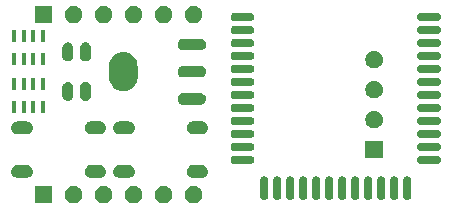
<source format=gts>
G04 #@! TF.GenerationSoftware,KiCad,Pcbnew,(5.0.0)*
G04 #@! TF.CreationDate,2018-11-06T09:34:30+07:00*
G04 #@! TF.ProjectId,receiver,72656365697665722E6B696361645F70,rev?*
G04 #@! TF.SameCoordinates,Original*
G04 #@! TF.FileFunction,Soldermask,Top*
G04 #@! TF.FilePolarity,Negative*
%FSLAX46Y46*%
G04 Gerber Fmt 4.6, Leading zero omitted, Abs format (unit mm)*
G04 Created by KiCad (PCBNEW (5.0.0)) date 11/06/18 09:34:30*
%MOMM*%
%LPD*%
G01*
G04 APERTURE LIST*
%ADD10C,0.100000*%
G04 APERTURE END LIST*
D10*
G36*
X79521318Y71855589D02*
X79593767Y71841178D01*
X79650303Y71817760D01*
X79730257Y71784642D01*
X79853100Y71702561D01*
X79957561Y71598100D01*
X80039642Y71475257D01*
X80072760Y71395303D01*
X80096178Y71338767D01*
X80125000Y71193869D01*
X80125000Y71046131D01*
X80096178Y70901233D01*
X80072760Y70844697D01*
X80039642Y70764743D01*
X79957561Y70641900D01*
X79853100Y70537439D01*
X79730257Y70455358D01*
X79650303Y70422240D01*
X79593767Y70398822D01*
X79521318Y70384411D01*
X79448870Y70370000D01*
X79301130Y70370000D01*
X79228682Y70384411D01*
X79156233Y70398822D01*
X79099697Y70422240D01*
X79019743Y70455358D01*
X78896900Y70537439D01*
X78792439Y70641900D01*
X78710358Y70764743D01*
X78677240Y70844697D01*
X78653822Y70901233D01*
X78625000Y71046131D01*
X78625000Y71193869D01*
X78653822Y71338767D01*
X78677240Y71395303D01*
X78710358Y71475257D01*
X78792439Y71598100D01*
X78896900Y71702561D01*
X79019743Y71784642D01*
X79099697Y71817760D01*
X79156233Y71841178D01*
X79228682Y71855589D01*
X79301130Y71870000D01*
X79448870Y71870000D01*
X79521318Y71855589D01*
X79521318Y71855589D01*
G37*
G36*
X76981318Y71855589D02*
X77053767Y71841178D01*
X77110303Y71817760D01*
X77190257Y71784642D01*
X77313100Y71702561D01*
X77417561Y71598100D01*
X77499642Y71475257D01*
X77532760Y71395303D01*
X77556178Y71338767D01*
X77585000Y71193869D01*
X77585000Y71046131D01*
X77556178Y70901233D01*
X77532760Y70844697D01*
X77499642Y70764743D01*
X77417561Y70641900D01*
X77313100Y70537439D01*
X77190257Y70455358D01*
X77110303Y70422240D01*
X77053767Y70398822D01*
X76981318Y70384411D01*
X76908870Y70370000D01*
X76761130Y70370000D01*
X76688682Y70384411D01*
X76616233Y70398822D01*
X76559697Y70422240D01*
X76479743Y70455358D01*
X76356900Y70537439D01*
X76252439Y70641900D01*
X76170358Y70764743D01*
X76137240Y70844697D01*
X76113822Y70901233D01*
X76085000Y71046131D01*
X76085000Y71193869D01*
X76113822Y71338767D01*
X76137240Y71395303D01*
X76170358Y71475257D01*
X76252439Y71598100D01*
X76356900Y71702561D01*
X76479743Y71784642D01*
X76559697Y71817760D01*
X76616233Y71841178D01*
X76688682Y71855589D01*
X76761130Y71870000D01*
X76908870Y71870000D01*
X76981318Y71855589D01*
X76981318Y71855589D01*
G37*
G36*
X67425000Y70370000D02*
X65925000Y70370000D01*
X65925000Y71870000D01*
X67425000Y71870000D01*
X67425000Y70370000D01*
X67425000Y70370000D01*
G37*
G36*
X69361318Y71855589D02*
X69433767Y71841178D01*
X69490303Y71817760D01*
X69570257Y71784642D01*
X69693100Y71702561D01*
X69797561Y71598100D01*
X69879642Y71475257D01*
X69912760Y71395303D01*
X69936178Y71338767D01*
X69965000Y71193869D01*
X69965000Y71046131D01*
X69936178Y70901233D01*
X69912760Y70844697D01*
X69879642Y70764743D01*
X69797561Y70641900D01*
X69693100Y70537439D01*
X69570257Y70455358D01*
X69490303Y70422240D01*
X69433767Y70398822D01*
X69361318Y70384411D01*
X69288870Y70370000D01*
X69141130Y70370000D01*
X69068682Y70384411D01*
X68996233Y70398822D01*
X68939697Y70422240D01*
X68859743Y70455358D01*
X68736900Y70537439D01*
X68632439Y70641900D01*
X68550358Y70764743D01*
X68517240Y70844697D01*
X68493822Y70901233D01*
X68465000Y71046131D01*
X68465000Y71193869D01*
X68493822Y71338767D01*
X68517240Y71395303D01*
X68550358Y71475257D01*
X68632439Y71598100D01*
X68736900Y71702561D01*
X68859743Y71784642D01*
X68939697Y71817760D01*
X68996233Y71841178D01*
X69068682Y71855589D01*
X69141130Y71870000D01*
X69288870Y71870000D01*
X69361318Y71855589D01*
X69361318Y71855589D01*
G37*
G36*
X74441318Y71855589D02*
X74513767Y71841178D01*
X74570303Y71817760D01*
X74650257Y71784642D01*
X74773100Y71702561D01*
X74877561Y71598100D01*
X74959642Y71475257D01*
X74992760Y71395303D01*
X75016178Y71338767D01*
X75045000Y71193869D01*
X75045000Y71046131D01*
X75016178Y70901233D01*
X74992760Y70844697D01*
X74959642Y70764743D01*
X74877561Y70641900D01*
X74773100Y70537439D01*
X74650257Y70455358D01*
X74570303Y70422240D01*
X74513767Y70398822D01*
X74441318Y70384411D01*
X74368870Y70370000D01*
X74221130Y70370000D01*
X74148682Y70384411D01*
X74076233Y70398822D01*
X74019697Y70422240D01*
X73939743Y70455358D01*
X73816900Y70537439D01*
X73712439Y70641900D01*
X73630358Y70764743D01*
X73597240Y70844697D01*
X73573822Y70901233D01*
X73545000Y71046131D01*
X73545000Y71193869D01*
X73573822Y71338767D01*
X73597240Y71395303D01*
X73630358Y71475257D01*
X73712439Y71598100D01*
X73816900Y71702561D01*
X73939743Y71784642D01*
X74019697Y71817760D01*
X74076233Y71841178D01*
X74148682Y71855589D01*
X74221130Y71870000D01*
X74368870Y71870000D01*
X74441318Y71855589D01*
X74441318Y71855589D01*
G37*
G36*
X71901318Y71855589D02*
X71973767Y71841178D01*
X72030303Y71817760D01*
X72110257Y71784642D01*
X72233100Y71702561D01*
X72337561Y71598100D01*
X72419642Y71475257D01*
X72452760Y71395303D01*
X72476178Y71338767D01*
X72505000Y71193869D01*
X72505000Y71046131D01*
X72476178Y70901233D01*
X72452760Y70844697D01*
X72419642Y70764743D01*
X72337561Y70641900D01*
X72233100Y70537439D01*
X72110257Y70455358D01*
X72030303Y70422240D01*
X71973767Y70398822D01*
X71901318Y70384411D01*
X71828870Y70370000D01*
X71681130Y70370000D01*
X71608682Y70384411D01*
X71536233Y70398822D01*
X71479697Y70422240D01*
X71399743Y70455358D01*
X71276900Y70537439D01*
X71172439Y70641900D01*
X71090358Y70764743D01*
X71057240Y70844697D01*
X71033822Y70901233D01*
X71005000Y71046131D01*
X71005000Y71193869D01*
X71033822Y71338767D01*
X71057240Y71395303D01*
X71090358Y71475257D01*
X71172439Y71598100D01*
X71276900Y71702561D01*
X71399743Y71784642D01*
X71479697Y71817760D01*
X71536233Y71841178D01*
X71608682Y71855589D01*
X71681130Y71870000D01*
X71828870Y71870000D01*
X71901318Y71855589D01*
X71901318Y71855589D01*
G37*
G36*
X96419609Y72663938D02*
X96419612Y72663937D01*
X96419613Y72663937D01*
X96485588Y72643924D01*
X96485590Y72643923D01*
X96485593Y72643922D01*
X96546392Y72611425D01*
X96599686Y72567687D01*
X96643424Y72514393D01*
X96675921Y72453594D01*
X96695937Y72387610D01*
X96701001Y72336194D01*
X96701001Y71001810D01*
X96695937Y70950394D01*
X96695936Y70950391D01*
X96695936Y70950390D01*
X96681025Y70901233D01*
X96675921Y70884410D01*
X96643424Y70823611D01*
X96599686Y70770317D01*
X96546395Y70726582D01*
X96510459Y70707375D01*
X96485587Y70694080D01*
X96419612Y70674067D01*
X96419611Y70674067D01*
X96419608Y70674066D01*
X96351001Y70667309D01*
X96282393Y70674066D01*
X96282390Y70674067D01*
X96282389Y70674067D01*
X96216414Y70694080D01*
X96216412Y70694081D01*
X96216409Y70694082D01*
X96155610Y70726579D01*
X96102316Y70770317D01*
X96058581Y70823608D01*
X96039374Y70859544D01*
X96026079Y70884416D01*
X96006066Y70950391D01*
X96006066Y70950392D01*
X96006065Y70950395D01*
X96001001Y71001811D01*
X96001002Y72336194D01*
X96006066Y72387610D01*
X96026082Y72453594D01*
X96058579Y72514393D01*
X96102317Y72567687D01*
X96155611Y72611425D01*
X96216410Y72643922D01*
X96216413Y72643923D01*
X96216415Y72643924D01*
X96282390Y72663937D01*
X96282391Y72663937D01*
X96282394Y72663938D01*
X96351001Y72670695D01*
X96419609Y72663938D01*
X96419609Y72663938D01*
G37*
G36*
X85419609Y72663938D02*
X85419612Y72663937D01*
X85419613Y72663937D01*
X85485588Y72643924D01*
X85485590Y72643923D01*
X85485593Y72643922D01*
X85546392Y72611425D01*
X85599686Y72567687D01*
X85643424Y72514393D01*
X85675921Y72453594D01*
X85695937Y72387610D01*
X85701001Y72336194D01*
X85701001Y71001810D01*
X85695937Y70950394D01*
X85695936Y70950391D01*
X85695936Y70950390D01*
X85681025Y70901233D01*
X85675921Y70884410D01*
X85643424Y70823611D01*
X85599686Y70770317D01*
X85546395Y70726582D01*
X85510459Y70707375D01*
X85485587Y70694080D01*
X85419612Y70674067D01*
X85419611Y70674067D01*
X85419608Y70674066D01*
X85351001Y70667309D01*
X85282393Y70674066D01*
X85282390Y70674067D01*
X85282389Y70674067D01*
X85216414Y70694080D01*
X85216412Y70694081D01*
X85216409Y70694082D01*
X85155610Y70726579D01*
X85102316Y70770317D01*
X85058581Y70823608D01*
X85039374Y70859544D01*
X85026079Y70884416D01*
X85006066Y70950391D01*
X85006066Y70950392D01*
X85006065Y70950395D01*
X85001001Y71001811D01*
X85001002Y72336194D01*
X85006066Y72387610D01*
X85026082Y72453594D01*
X85058579Y72514393D01*
X85102317Y72567687D01*
X85155611Y72611425D01*
X85216410Y72643922D01*
X85216413Y72643923D01*
X85216415Y72643924D01*
X85282390Y72663937D01*
X85282391Y72663937D01*
X85282394Y72663938D01*
X85351001Y72670695D01*
X85419609Y72663938D01*
X85419609Y72663938D01*
G37*
G36*
X86519609Y72663938D02*
X86519612Y72663937D01*
X86519613Y72663937D01*
X86585588Y72643924D01*
X86585590Y72643923D01*
X86585593Y72643922D01*
X86646392Y72611425D01*
X86699686Y72567687D01*
X86743424Y72514393D01*
X86775921Y72453594D01*
X86795937Y72387610D01*
X86801001Y72336194D01*
X86801001Y71001810D01*
X86795937Y70950394D01*
X86795936Y70950391D01*
X86795936Y70950390D01*
X86781025Y70901233D01*
X86775921Y70884410D01*
X86743424Y70823611D01*
X86699686Y70770317D01*
X86646395Y70726582D01*
X86610459Y70707375D01*
X86585587Y70694080D01*
X86519612Y70674067D01*
X86519611Y70674067D01*
X86519608Y70674066D01*
X86451001Y70667309D01*
X86382393Y70674066D01*
X86382390Y70674067D01*
X86382389Y70674067D01*
X86316414Y70694080D01*
X86316412Y70694081D01*
X86316409Y70694082D01*
X86255610Y70726579D01*
X86202316Y70770317D01*
X86158581Y70823608D01*
X86139374Y70859544D01*
X86126079Y70884416D01*
X86106066Y70950391D01*
X86106066Y70950392D01*
X86106065Y70950395D01*
X86101001Y71001811D01*
X86101002Y72336194D01*
X86106066Y72387610D01*
X86126082Y72453594D01*
X86158579Y72514393D01*
X86202317Y72567687D01*
X86255611Y72611425D01*
X86316410Y72643922D01*
X86316413Y72643923D01*
X86316415Y72643924D01*
X86382390Y72663937D01*
X86382391Y72663937D01*
X86382394Y72663938D01*
X86451001Y72670695D01*
X86519609Y72663938D01*
X86519609Y72663938D01*
G37*
G36*
X87619609Y72663938D02*
X87619612Y72663937D01*
X87619613Y72663937D01*
X87685588Y72643924D01*
X87685590Y72643923D01*
X87685593Y72643922D01*
X87746392Y72611425D01*
X87799686Y72567687D01*
X87843424Y72514393D01*
X87875921Y72453594D01*
X87895937Y72387610D01*
X87901001Y72336194D01*
X87901001Y71001810D01*
X87895937Y70950394D01*
X87895936Y70950391D01*
X87895936Y70950390D01*
X87881025Y70901233D01*
X87875921Y70884410D01*
X87843424Y70823611D01*
X87799686Y70770317D01*
X87746395Y70726582D01*
X87710459Y70707375D01*
X87685587Y70694080D01*
X87619612Y70674067D01*
X87619611Y70674067D01*
X87619608Y70674066D01*
X87551001Y70667309D01*
X87482393Y70674066D01*
X87482390Y70674067D01*
X87482389Y70674067D01*
X87416414Y70694080D01*
X87416412Y70694081D01*
X87416409Y70694082D01*
X87355610Y70726579D01*
X87302316Y70770317D01*
X87258581Y70823608D01*
X87239374Y70859544D01*
X87226079Y70884416D01*
X87206066Y70950391D01*
X87206066Y70950392D01*
X87206065Y70950395D01*
X87201001Y71001811D01*
X87201002Y72336194D01*
X87206066Y72387610D01*
X87226082Y72453594D01*
X87258579Y72514393D01*
X87302317Y72567687D01*
X87355611Y72611425D01*
X87416410Y72643922D01*
X87416413Y72643923D01*
X87416415Y72643924D01*
X87482390Y72663937D01*
X87482391Y72663937D01*
X87482394Y72663938D01*
X87551001Y72670695D01*
X87619609Y72663938D01*
X87619609Y72663938D01*
G37*
G36*
X88719609Y72663938D02*
X88719612Y72663937D01*
X88719613Y72663937D01*
X88785588Y72643924D01*
X88785590Y72643923D01*
X88785593Y72643922D01*
X88846392Y72611425D01*
X88899686Y72567687D01*
X88943424Y72514393D01*
X88975921Y72453594D01*
X88995937Y72387610D01*
X89001001Y72336194D01*
X89001001Y71001810D01*
X88995937Y70950394D01*
X88995936Y70950391D01*
X88995936Y70950390D01*
X88981025Y70901233D01*
X88975921Y70884410D01*
X88943424Y70823611D01*
X88899686Y70770317D01*
X88846395Y70726582D01*
X88810459Y70707375D01*
X88785587Y70694080D01*
X88719612Y70674067D01*
X88719611Y70674067D01*
X88719608Y70674066D01*
X88651001Y70667309D01*
X88582393Y70674066D01*
X88582390Y70674067D01*
X88582389Y70674067D01*
X88516414Y70694080D01*
X88516412Y70694081D01*
X88516409Y70694082D01*
X88455610Y70726579D01*
X88402316Y70770317D01*
X88358581Y70823608D01*
X88339374Y70859544D01*
X88326079Y70884416D01*
X88306066Y70950391D01*
X88306066Y70950392D01*
X88306065Y70950395D01*
X88301001Y71001811D01*
X88301002Y72336194D01*
X88306066Y72387610D01*
X88326082Y72453594D01*
X88358579Y72514393D01*
X88402317Y72567687D01*
X88455611Y72611425D01*
X88516410Y72643922D01*
X88516413Y72643923D01*
X88516415Y72643924D01*
X88582390Y72663937D01*
X88582391Y72663937D01*
X88582394Y72663938D01*
X88651001Y72670695D01*
X88719609Y72663938D01*
X88719609Y72663938D01*
G37*
G36*
X89819609Y72663938D02*
X89819612Y72663937D01*
X89819613Y72663937D01*
X89885588Y72643924D01*
X89885590Y72643923D01*
X89885593Y72643922D01*
X89946392Y72611425D01*
X89999686Y72567687D01*
X90043424Y72514393D01*
X90075921Y72453594D01*
X90095937Y72387610D01*
X90101001Y72336194D01*
X90101001Y71001810D01*
X90095937Y70950394D01*
X90095936Y70950391D01*
X90095936Y70950390D01*
X90081025Y70901233D01*
X90075921Y70884410D01*
X90043424Y70823611D01*
X89999686Y70770317D01*
X89946395Y70726582D01*
X89910459Y70707375D01*
X89885587Y70694080D01*
X89819612Y70674067D01*
X89819611Y70674067D01*
X89819608Y70674066D01*
X89751001Y70667309D01*
X89682393Y70674066D01*
X89682390Y70674067D01*
X89682389Y70674067D01*
X89616414Y70694080D01*
X89616412Y70694081D01*
X89616409Y70694082D01*
X89555610Y70726579D01*
X89502316Y70770317D01*
X89458581Y70823608D01*
X89439374Y70859544D01*
X89426079Y70884416D01*
X89406066Y70950391D01*
X89406066Y70950392D01*
X89406065Y70950395D01*
X89401001Y71001811D01*
X89401002Y72336194D01*
X89406066Y72387610D01*
X89426082Y72453594D01*
X89458579Y72514393D01*
X89502317Y72567687D01*
X89555611Y72611425D01*
X89616410Y72643922D01*
X89616413Y72643923D01*
X89616415Y72643924D01*
X89682390Y72663937D01*
X89682391Y72663937D01*
X89682394Y72663938D01*
X89751001Y72670695D01*
X89819609Y72663938D01*
X89819609Y72663938D01*
G37*
G36*
X90919609Y72663938D02*
X90919612Y72663937D01*
X90919613Y72663937D01*
X90985588Y72643924D01*
X90985590Y72643923D01*
X90985593Y72643922D01*
X91046392Y72611425D01*
X91099686Y72567687D01*
X91143424Y72514393D01*
X91175921Y72453594D01*
X91195937Y72387610D01*
X91201001Y72336194D01*
X91201001Y71001810D01*
X91195937Y70950394D01*
X91195936Y70950391D01*
X91195936Y70950390D01*
X91181025Y70901233D01*
X91175921Y70884410D01*
X91143424Y70823611D01*
X91099686Y70770317D01*
X91046395Y70726582D01*
X91010459Y70707375D01*
X90985587Y70694080D01*
X90919612Y70674067D01*
X90919611Y70674067D01*
X90919608Y70674066D01*
X90851001Y70667309D01*
X90782393Y70674066D01*
X90782390Y70674067D01*
X90782389Y70674067D01*
X90716414Y70694080D01*
X90716412Y70694081D01*
X90716409Y70694082D01*
X90655610Y70726579D01*
X90602316Y70770317D01*
X90558581Y70823608D01*
X90539374Y70859544D01*
X90526079Y70884416D01*
X90506066Y70950391D01*
X90506066Y70950392D01*
X90506065Y70950395D01*
X90501001Y71001811D01*
X90501002Y72336194D01*
X90506066Y72387610D01*
X90526082Y72453594D01*
X90558579Y72514393D01*
X90602317Y72567687D01*
X90655611Y72611425D01*
X90716410Y72643922D01*
X90716413Y72643923D01*
X90716415Y72643924D01*
X90782390Y72663937D01*
X90782391Y72663937D01*
X90782394Y72663938D01*
X90851001Y72670695D01*
X90919609Y72663938D01*
X90919609Y72663938D01*
G37*
G36*
X92019609Y72663938D02*
X92019612Y72663937D01*
X92019613Y72663937D01*
X92085588Y72643924D01*
X92085590Y72643923D01*
X92085593Y72643922D01*
X92146392Y72611425D01*
X92199686Y72567687D01*
X92243424Y72514393D01*
X92275921Y72453594D01*
X92295937Y72387610D01*
X92301001Y72336194D01*
X92301001Y71001810D01*
X92295937Y70950394D01*
X92295936Y70950391D01*
X92295936Y70950390D01*
X92281025Y70901233D01*
X92275921Y70884410D01*
X92243424Y70823611D01*
X92199686Y70770317D01*
X92146395Y70726582D01*
X92110459Y70707375D01*
X92085587Y70694080D01*
X92019612Y70674067D01*
X92019611Y70674067D01*
X92019608Y70674066D01*
X91951001Y70667309D01*
X91882393Y70674066D01*
X91882390Y70674067D01*
X91882389Y70674067D01*
X91816414Y70694080D01*
X91816412Y70694081D01*
X91816409Y70694082D01*
X91755610Y70726579D01*
X91702316Y70770317D01*
X91658581Y70823608D01*
X91639374Y70859544D01*
X91626079Y70884416D01*
X91606066Y70950391D01*
X91606066Y70950392D01*
X91606065Y70950395D01*
X91601001Y71001811D01*
X91601002Y72336194D01*
X91606066Y72387610D01*
X91626082Y72453594D01*
X91658579Y72514393D01*
X91702317Y72567687D01*
X91755611Y72611425D01*
X91816410Y72643922D01*
X91816413Y72643923D01*
X91816415Y72643924D01*
X91882390Y72663937D01*
X91882391Y72663937D01*
X91882394Y72663938D01*
X91951001Y72670695D01*
X92019609Y72663938D01*
X92019609Y72663938D01*
G37*
G36*
X93119609Y72663938D02*
X93119612Y72663937D01*
X93119613Y72663937D01*
X93185588Y72643924D01*
X93185590Y72643923D01*
X93185593Y72643922D01*
X93246392Y72611425D01*
X93299686Y72567687D01*
X93343424Y72514393D01*
X93375921Y72453594D01*
X93395937Y72387610D01*
X93401001Y72336194D01*
X93401001Y71001810D01*
X93395937Y70950394D01*
X93395936Y70950391D01*
X93395936Y70950390D01*
X93381025Y70901233D01*
X93375921Y70884410D01*
X93343424Y70823611D01*
X93299686Y70770317D01*
X93246395Y70726582D01*
X93210459Y70707375D01*
X93185587Y70694080D01*
X93119612Y70674067D01*
X93119611Y70674067D01*
X93119608Y70674066D01*
X93051001Y70667309D01*
X92982393Y70674066D01*
X92982390Y70674067D01*
X92982389Y70674067D01*
X92916414Y70694080D01*
X92916412Y70694081D01*
X92916409Y70694082D01*
X92855610Y70726579D01*
X92802316Y70770317D01*
X92758581Y70823608D01*
X92739374Y70859544D01*
X92726079Y70884416D01*
X92706066Y70950391D01*
X92706066Y70950392D01*
X92706065Y70950395D01*
X92701001Y71001811D01*
X92701002Y72336194D01*
X92706066Y72387610D01*
X92726082Y72453594D01*
X92758579Y72514393D01*
X92802317Y72567687D01*
X92855611Y72611425D01*
X92916410Y72643922D01*
X92916413Y72643923D01*
X92916415Y72643924D01*
X92982390Y72663937D01*
X92982391Y72663937D01*
X92982394Y72663938D01*
X93051001Y72670695D01*
X93119609Y72663938D01*
X93119609Y72663938D01*
G37*
G36*
X94219609Y72663938D02*
X94219612Y72663937D01*
X94219613Y72663937D01*
X94285588Y72643924D01*
X94285590Y72643923D01*
X94285593Y72643922D01*
X94346392Y72611425D01*
X94399686Y72567687D01*
X94443424Y72514393D01*
X94475921Y72453594D01*
X94495937Y72387610D01*
X94501001Y72336194D01*
X94501001Y71001810D01*
X94495937Y70950394D01*
X94495936Y70950391D01*
X94495936Y70950390D01*
X94481025Y70901233D01*
X94475921Y70884410D01*
X94443424Y70823611D01*
X94399686Y70770317D01*
X94346395Y70726582D01*
X94310459Y70707375D01*
X94285587Y70694080D01*
X94219612Y70674067D01*
X94219611Y70674067D01*
X94219608Y70674066D01*
X94151001Y70667309D01*
X94082393Y70674066D01*
X94082390Y70674067D01*
X94082389Y70674067D01*
X94016414Y70694080D01*
X94016412Y70694081D01*
X94016409Y70694082D01*
X93955610Y70726579D01*
X93902316Y70770317D01*
X93858581Y70823608D01*
X93839374Y70859544D01*
X93826079Y70884416D01*
X93806066Y70950391D01*
X93806066Y70950392D01*
X93806065Y70950395D01*
X93801001Y71001811D01*
X93801002Y72336194D01*
X93806066Y72387610D01*
X93826082Y72453594D01*
X93858579Y72514393D01*
X93902317Y72567687D01*
X93955611Y72611425D01*
X94016410Y72643922D01*
X94016413Y72643923D01*
X94016415Y72643924D01*
X94082390Y72663937D01*
X94082391Y72663937D01*
X94082394Y72663938D01*
X94151001Y72670695D01*
X94219609Y72663938D01*
X94219609Y72663938D01*
G37*
G36*
X95319609Y72663938D02*
X95319612Y72663937D01*
X95319613Y72663937D01*
X95385588Y72643924D01*
X95385590Y72643923D01*
X95385593Y72643922D01*
X95446392Y72611425D01*
X95499686Y72567687D01*
X95543424Y72514393D01*
X95575921Y72453594D01*
X95595937Y72387610D01*
X95601001Y72336194D01*
X95601001Y71001810D01*
X95595937Y70950394D01*
X95595936Y70950391D01*
X95595936Y70950390D01*
X95581025Y70901233D01*
X95575921Y70884410D01*
X95543424Y70823611D01*
X95499686Y70770317D01*
X95446395Y70726582D01*
X95410459Y70707375D01*
X95385587Y70694080D01*
X95319612Y70674067D01*
X95319611Y70674067D01*
X95319608Y70674066D01*
X95251001Y70667309D01*
X95182393Y70674066D01*
X95182390Y70674067D01*
X95182389Y70674067D01*
X95116414Y70694080D01*
X95116412Y70694081D01*
X95116409Y70694082D01*
X95055610Y70726579D01*
X95002316Y70770317D01*
X94958581Y70823608D01*
X94939374Y70859544D01*
X94926079Y70884416D01*
X94906066Y70950391D01*
X94906066Y70950392D01*
X94906065Y70950395D01*
X94901001Y71001811D01*
X94901002Y72336194D01*
X94906066Y72387610D01*
X94926082Y72453594D01*
X94958579Y72514393D01*
X95002317Y72567687D01*
X95055611Y72611425D01*
X95116410Y72643922D01*
X95116413Y72643923D01*
X95116415Y72643924D01*
X95182390Y72663937D01*
X95182391Y72663937D01*
X95182394Y72663938D01*
X95251001Y72670695D01*
X95319609Y72663938D01*
X95319609Y72663938D01*
G37*
G36*
X97519609Y72663938D02*
X97519612Y72663937D01*
X97519613Y72663937D01*
X97585588Y72643924D01*
X97585590Y72643923D01*
X97585593Y72643922D01*
X97646392Y72611425D01*
X97699686Y72567687D01*
X97743424Y72514393D01*
X97775921Y72453594D01*
X97795937Y72387610D01*
X97801001Y72336194D01*
X97801001Y71001810D01*
X97795937Y70950394D01*
X97795936Y70950391D01*
X97795936Y70950390D01*
X97781025Y70901233D01*
X97775921Y70884410D01*
X97743424Y70823611D01*
X97699686Y70770317D01*
X97646395Y70726582D01*
X97610459Y70707375D01*
X97585587Y70694080D01*
X97519612Y70674067D01*
X97519611Y70674067D01*
X97519608Y70674066D01*
X97451001Y70667309D01*
X97382393Y70674066D01*
X97382390Y70674067D01*
X97382389Y70674067D01*
X97316414Y70694080D01*
X97316412Y70694081D01*
X97316409Y70694082D01*
X97255610Y70726579D01*
X97202316Y70770317D01*
X97158581Y70823608D01*
X97139374Y70859544D01*
X97126079Y70884416D01*
X97106066Y70950391D01*
X97106066Y70950392D01*
X97106065Y70950395D01*
X97101001Y71001811D01*
X97101002Y72336194D01*
X97106066Y72387610D01*
X97126082Y72453594D01*
X97158579Y72514393D01*
X97202317Y72567687D01*
X97255611Y72611425D01*
X97316410Y72643922D01*
X97316413Y72643923D01*
X97316415Y72643924D01*
X97382390Y72663937D01*
X97382391Y72663937D01*
X97382394Y72663938D01*
X97451001Y72670695D01*
X97519609Y72663938D01*
X97519609Y72663938D01*
G37*
G36*
X65248952Y73627347D02*
X65302819Y73622042D01*
X65379518Y73598775D01*
X65406498Y73590591D01*
X65502039Y73539524D01*
X65585790Y73470790D01*
X65654524Y73387039D01*
X65705591Y73291498D01*
X65705592Y73291494D01*
X65737042Y73187819D01*
X65747661Y73080000D01*
X65737042Y72972181D01*
X65713775Y72895482D01*
X65705591Y72868502D01*
X65654524Y72772961D01*
X65585790Y72689210D01*
X65502039Y72620476D01*
X65406498Y72569409D01*
X65400821Y72567687D01*
X65302819Y72537958D01*
X65248952Y72532653D01*
X65222019Y72530000D01*
X64467981Y72530000D01*
X64441048Y72532653D01*
X64387181Y72537958D01*
X64289179Y72567687D01*
X64283502Y72569409D01*
X64187961Y72620476D01*
X64104210Y72689210D01*
X64035476Y72772961D01*
X63984409Y72868502D01*
X63976225Y72895482D01*
X63952958Y72972181D01*
X63942339Y73080000D01*
X63952958Y73187819D01*
X63984408Y73291494D01*
X63984409Y73291498D01*
X64035476Y73387039D01*
X64104210Y73470790D01*
X64187961Y73539524D01*
X64283502Y73590591D01*
X64310482Y73598775D01*
X64387181Y73622042D01*
X64441048Y73627347D01*
X64467981Y73630000D01*
X65222019Y73630000D01*
X65248952Y73627347D01*
X65248952Y73627347D01*
G37*
G36*
X71448952Y73627347D02*
X71502819Y73622042D01*
X71579518Y73598775D01*
X71606498Y73590591D01*
X71702039Y73539524D01*
X71785790Y73470790D01*
X71854524Y73387039D01*
X71905591Y73291498D01*
X71905592Y73291494D01*
X71937042Y73187819D01*
X71947661Y73080000D01*
X71937042Y72972181D01*
X71913775Y72895482D01*
X71905591Y72868502D01*
X71854524Y72772961D01*
X71785790Y72689210D01*
X71702039Y72620476D01*
X71606498Y72569409D01*
X71600821Y72567687D01*
X71502819Y72537958D01*
X71448952Y72532653D01*
X71422019Y72530000D01*
X70667981Y72530000D01*
X70641048Y72532653D01*
X70587181Y72537958D01*
X70489179Y72567687D01*
X70483502Y72569409D01*
X70387961Y72620476D01*
X70304210Y72689210D01*
X70235476Y72772961D01*
X70184409Y72868502D01*
X70176225Y72895482D01*
X70152958Y72972181D01*
X70142339Y73080000D01*
X70152958Y73187819D01*
X70184408Y73291494D01*
X70184409Y73291498D01*
X70235476Y73387039D01*
X70304210Y73470790D01*
X70387961Y73539524D01*
X70483502Y73590591D01*
X70510482Y73598775D01*
X70587181Y73622042D01*
X70641048Y73627347D01*
X70667981Y73630000D01*
X71422019Y73630000D01*
X71448952Y73627347D01*
X71448952Y73627347D01*
G37*
G36*
X73884952Y73627347D02*
X73938819Y73622042D01*
X74015518Y73598775D01*
X74042498Y73590591D01*
X74138039Y73539524D01*
X74221790Y73470790D01*
X74290524Y73387039D01*
X74341591Y73291498D01*
X74341592Y73291494D01*
X74373042Y73187819D01*
X74383661Y73080000D01*
X74373042Y72972181D01*
X74349775Y72895482D01*
X74341591Y72868502D01*
X74290524Y72772961D01*
X74221790Y72689210D01*
X74138039Y72620476D01*
X74042498Y72569409D01*
X74036821Y72567687D01*
X73938819Y72537958D01*
X73884952Y72532653D01*
X73858019Y72530000D01*
X73103981Y72530000D01*
X73077048Y72532653D01*
X73023181Y72537958D01*
X72925179Y72567687D01*
X72919502Y72569409D01*
X72823961Y72620476D01*
X72740210Y72689210D01*
X72671476Y72772961D01*
X72620409Y72868502D01*
X72612225Y72895482D01*
X72588958Y72972181D01*
X72578339Y73080000D01*
X72588958Y73187819D01*
X72620408Y73291494D01*
X72620409Y73291498D01*
X72671476Y73387039D01*
X72740210Y73470790D01*
X72823961Y73539524D01*
X72919502Y73590591D01*
X72946482Y73598775D01*
X73023181Y73622042D01*
X73077048Y73627347D01*
X73103981Y73630000D01*
X73858019Y73630000D01*
X73884952Y73627347D01*
X73884952Y73627347D01*
G37*
G36*
X80084952Y73627347D02*
X80138819Y73622042D01*
X80215518Y73598775D01*
X80242498Y73590591D01*
X80338039Y73539524D01*
X80421790Y73470790D01*
X80490524Y73387039D01*
X80541591Y73291498D01*
X80541592Y73291494D01*
X80573042Y73187819D01*
X80583661Y73080000D01*
X80573042Y72972181D01*
X80549775Y72895482D01*
X80541591Y72868502D01*
X80490524Y72772961D01*
X80421790Y72689210D01*
X80338039Y72620476D01*
X80242498Y72569409D01*
X80236821Y72567687D01*
X80138819Y72537958D01*
X80084952Y72532653D01*
X80058019Y72530000D01*
X79303981Y72530000D01*
X79277048Y72532653D01*
X79223181Y72537958D01*
X79125179Y72567687D01*
X79119502Y72569409D01*
X79023961Y72620476D01*
X78940210Y72689210D01*
X78871476Y72772961D01*
X78820409Y72868502D01*
X78812225Y72895482D01*
X78788958Y72972181D01*
X78778339Y73080000D01*
X78788958Y73187819D01*
X78820408Y73291494D01*
X78820409Y73291498D01*
X78871476Y73387039D01*
X78940210Y73470790D01*
X79023961Y73539524D01*
X79119502Y73590591D01*
X79146482Y73598775D01*
X79223181Y73622042D01*
X79277048Y73627347D01*
X79303981Y73630000D01*
X80058019Y73630000D01*
X80084952Y73627347D01*
X80084952Y73627347D01*
G37*
G36*
X100019609Y74413938D02*
X100019612Y74413937D01*
X100019613Y74413937D01*
X100085588Y74393924D01*
X100085590Y74393923D01*
X100085593Y74393922D01*
X100146392Y74361425D01*
X100199686Y74317687D01*
X100243424Y74264393D01*
X100275921Y74203594D01*
X100275922Y74203591D01*
X100275923Y74203589D01*
X100295936Y74137614D01*
X100295937Y74137610D01*
X100302694Y74069002D01*
X100295937Y74000394D01*
X100275921Y73934410D01*
X100243424Y73873611D01*
X100199686Y73820317D01*
X100146392Y73776579D01*
X100085593Y73744082D01*
X100085590Y73744081D01*
X100085588Y73744080D01*
X100019613Y73724067D01*
X100019612Y73724067D01*
X100019609Y73724066D01*
X99968193Y73719002D01*
X98633809Y73719002D01*
X98582393Y73724066D01*
X98582390Y73724067D01*
X98582389Y73724067D01*
X98516414Y73744080D01*
X98516412Y73744081D01*
X98516409Y73744082D01*
X98455610Y73776579D01*
X98402316Y73820317D01*
X98358578Y73873611D01*
X98326081Y73934410D01*
X98306065Y74000394D01*
X98299308Y74069002D01*
X98306065Y74137610D01*
X98306066Y74137614D01*
X98326079Y74203589D01*
X98326080Y74203591D01*
X98326081Y74203594D01*
X98358578Y74264393D01*
X98402316Y74317687D01*
X98455610Y74361425D01*
X98516409Y74393922D01*
X98516412Y74393923D01*
X98516414Y74393924D01*
X98582389Y74413937D01*
X98582390Y74413937D01*
X98582393Y74413938D01*
X98633809Y74419002D01*
X99968193Y74419002D01*
X100019609Y74413938D01*
X100019609Y74413938D01*
G37*
G36*
X84219609Y74413938D02*
X84219612Y74413937D01*
X84219613Y74413937D01*
X84285588Y74393924D01*
X84285590Y74393923D01*
X84285593Y74393922D01*
X84346392Y74361425D01*
X84399686Y74317687D01*
X84443424Y74264393D01*
X84475921Y74203594D01*
X84475922Y74203591D01*
X84475923Y74203589D01*
X84495936Y74137614D01*
X84495937Y74137610D01*
X84502694Y74069002D01*
X84495937Y74000394D01*
X84475921Y73934410D01*
X84443424Y73873611D01*
X84399686Y73820317D01*
X84346392Y73776579D01*
X84285593Y73744082D01*
X84285590Y73744081D01*
X84285588Y73744080D01*
X84219613Y73724067D01*
X84219612Y73724067D01*
X84219609Y73724066D01*
X84168193Y73719002D01*
X82833809Y73719002D01*
X82782393Y73724066D01*
X82782390Y73724067D01*
X82782389Y73724067D01*
X82716414Y73744080D01*
X82716412Y73744081D01*
X82716409Y73744082D01*
X82655610Y73776579D01*
X82602316Y73820317D01*
X82558578Y73873611D01*
X82526081Y73934410D01*
X82506065Y74000394D01*
X82499308Y74069002D01*
X82506065Y74137610D01*
X82506066Y74137614D01*
X82526079Y74203589D01*
X82526080Y74203591D01*
X82526081Y74203594D01*
X82558578Y74264393D01*
X82602316Y74317687D01*
X82655610Y74361425D01*
X82716409Y74393922D01*
X82716412Y74393923D01*
X82716414Y74393924D01*
X82782389Y74413937D01*
X82782390Y74413937D01*
X82782393Y74413938D01*
X82833809Y74419002D01*
X84168193Y74419002D01*
X84219609Y74413938D01*
X84219609Y74413938D01*
G37*
G36*
X95405000Y74180000D02*
X93905000Y74180000D01*
X93905000Y75680000D01*
X95405000Y75680000D01*
X95405000Y74180000D01*
X95405000Y74180000D01*
G37*
G36*
X100019609Y75513938D02*
X100019612Y75513937D01*
X100019613Y75513937D01*
X100085588Y75493924D01*
X100085590Y75493923D01*
X100085593Y75493922D01*
X100146392Y75461425D01*
X100199686Y75417687D01*
X100243424Y75364393D01*
X100275921Y75303594D01*
X100295937Y75237610D01*
X100302694Y75169002D01*
X100295937Y75100394D01*
X100275921Y75034410D01*
X100243424Y74973611D01*
X100199686Y74920317D01*
X100146392Y74876579D01*
X100085593Y74844082D01*
X100085590Y74844081D01*
X100085588Y74844080D01*
X100019613Y74824067D01*
X100019612Y74824067D01*
X100019609Y74824066D01*
X99968193Y74819002D01*
X98633809Y74819002D01*
X98582393Y74824066D01*
X98582390Y74824067D01*
X98582389Y74824067D01*
X98516414Y74844080D01*
X98516412Y74844081D01*
X98516409Y74844082D01*
X98455610Y74876579D01*
X98402316Y74920317D01*
X98358578Y74973611D01*
X98326081Y75034410D01*
X98306065Y75100394D01*
X98299308Y75169002D01*
X98306065Y75237610D01*
X98326081Y75303594D01*
X98358578Y75364393D01*
X98402316Y75417687D01*
X98455610Y75461425D01*
X98516409Y75493922D01*
X98516412Y75493923D01*
X98516414Y75493924D01*
X98582389Y75513937D01*
X98582390Y75513937D01*
X98582393Y75513938D01*
X98633809Y75519002D01*
X99968193Y75519002D01*
X100019609Y75513938D01*
X100019609Y75513938D01*
G37*
G36*
X84219609Y75513938D02*
X84219612Y75513937D01*
X84219613Y75513937D01*
X84285588Y75493924D01*
X84285590Y75493923D01*
X84285593Y75493922D01*
X84346392Y75461425D01*
X84399686Y75417687D01*
X84443424Y75364393D01*
X84475921Y75303594D01*
X84495937Y75237610D01*
X84502694Y75169002D01*
X84495937Y75100394D01*
X84475921Y75034410D01*
X84443424Y74973611D01*
X84399686Y74920317D01*
X84346392Y74876579D01*
X84285593Y74844082D01*
X84285590Y74844081D01*
X84285588Y74844080D01*
X84219613Y74824067D01*
X84219612Y74824067D01*
X84219609Y74824066D01*
X84168193Y74819002D01*
X82833809Y74819002D01*
X82782393Y74824066D01*
X82782390Y74824067D01*
X82782389Y74824067D01*
X82716414Y74844080D01*
X82716412Y74844081D01*
X82716409Y74844082D01*
X82655610Y74876579D01*
X82602316Y74920317D01*
X82558578Y74973611D01*
X82526081Y75034410D01*
X82506065Y75100394D01*
X82499308Y75169002D01*
X82506065Y75237610D01*
X82526081Y75303594D01*
X82558578Y75364393D01*
X82602316Y75417687D01*
X82655610Y75461425D01*
X82716409Y75493922D01*
X82716412Y75493923D01*
X82716414Y75493924D01*
X82782389Y75513937D01*
X82782390Y75513937D01*
X82782393Y75513938D01*
X82833809Y75519002D01*
X84168193Y75519002D01*
X84219609Y75513938D01*
X84219609Y75513938D01*
G37*
G36*
X84219609Y76613938D02*
X84219612Y76613937D01*
X84219613Y76613937D01*
X84285588Y76593924D01*
X84285590Y76593923D01*
X84285593Y76593922D01*
X84346392Y76561425D01*
X84399686Y76517687D01*
X84443424Y76464393D01*
X84475921Y76403594D01*
X84475922Y76403591D01*
X84475923Y76403589D01*
X84495936Y76337614D01*
X84495937Y76337610D01*
X84502694Y76269002D01*
X84495937Y76200394D01*
X84475921Y76134410D01*
X84443424Y76073611D01*
X84399686Y76020317D01*
X84346392Y75976579D01*
X84285593Y75944082D01*
X84285590Y75944081D01*
X84285588Y75944080D01*
X84219613Y75924067D01*
X84219612Y75924067D01*
X84219609Y75924066D01*
X84168193Y75919002D01*
X82833809Y75919002D01*
X82782393Y75924066D01*
X82782390Y75924067D01*
X82782389Y75924067D01*
X82716414Y75944080D01*
X82716412Y75944081D01*
X82716409Y75944082D01*
X82655610Y75976579D01*
X82602316Y76020317D01*
X82558578Y76073611D01*
X82526081Y76134410D01*
X82506065Y76200394D01*
X82499308Y76269002D01*
X82506065Y76337610D01*
X82506066Y76337614D01*
X82526079Y76403589D01*
X82526080Y76403591D01*
X82526081Y76403594D01*
X82558578Y76464393D01*
X82602316Y76517687D01*
X82655610Y76561425D01*
X82716409Y76593922D01*
X82716412Y76593923D01*
X82716414Y76593924D01*
X82782389Y76613937D01*
X82782390Y76613937D01*
X82782393Y76613938D01*
X82833809Y76619002D01*
X84168193Y76619002D01*
X84219609Y76613938D01*
X84219609Y76613938D01*
G37*
G36*
X100019609Y76613938D02*
X100019612Y76613937D01*
X100019613Y76613937D01*
X100085588Y76593924D01*
X100085590Y76593923D01*
X100085593Y76593922D01*
X100146392Y76561425D01*
X100199686Y76517687D01*
X100243424Y76464393D01*
X100275921Y76403594D01*
X100275922Y76403591D01*
X100275923Y76403589D01*
X100295936Y76337614D01*
X100295937Y76337610D01*
X100302694Y76269002D01*
X100295937Y76200394D01*
X100275921Y76134410D01*
X100243424Y76073611D01*
X100199686Y76020317D01*
X100146392Y75976579D01*
X100085593Y75944082D01*
X100085590Y75944081D01*
X100085588Y75944080D01*
X100019613Y75924067D01*
X100019612Y75924067D01*
X100019609Y75924066D01*
X99968193Y75919002D01*
X98633809Y75919002D01*
X98582393Y75924066D01*
X98582390Y75924067D01*
X98582389Y75924067D01*
X98516414Y75944080D01*
X98516412Y75944081D01*
X98516409Y75944082D01*
X98455610Y75976579D01*
X98402316Y76020317D01*
X98358578Y76073611D01*
X98326081Y76134410D01*
X98306065Y76200394D01*
X98299308Y76269002D01*
X98306065Y76337610D01*
X98306066Y76337614D01*
X98326079Y76403589D01*
X98326080Y76403591D01*
X98326081Y76403594D01*
X98358578Y76464393D01*
X98402316Y76517687D01*
X98455610Y76561425D01*
X98516409Y76593922D01*
X98516412Y76593923D01*
X98516414Y76593924D01*
X98582389Y76613937D01*
X98582390Y76613937D01*
X98582393Y76613938D01*
X98633809Y76619002D01*
X99968193Y76619002D01*
X100019609Y76613938D01*
X100019609Y76613938D01*
G37*
G36*
X65248952Y77327347D02*
X65302819Y77322042D01*
X65374182Y77300394D01*
X65406498Y77290591D01*
X65502039Y77239524D01*
X65585790Y77170790D01*
X65654524Y77087039D01*
X65705591Y76991498D01*
X65705592Y76991494D01*
X65737042Y76887819D01*
X65747661Y76780000D01*
X65737042Y76672181D01*
X65713775Y76595482D01*
X65705591Y76568502D01*
X65654524Y76472961D01*
X65585790Y76389210D01*
X65502039Y76320476D01*
X65406498Y76269409D01*
X65405156Y76269002D01*
X65302819Y76237958D01*
X65248952Y76232653D01*
X65222019Y76230000D01*
X64467981Y76230000D01*
X64441048Y76232653D01*
X64387181Y76237958D01*
X64284844Y76269002D01*
X64283502Y76269409D01*
X64187961Y76320476D01*
X64104210Y76389210D01*
X64035476Y76472961D01*
X63984409Y76568502D01*
X63976225Y76595482D01*
X63952958Y76672181D01*
X63942339Y76780000D01*
X63952958Y76887819D01*
X63984408Y76991494D01*
X63984409Y76991498D01*
X64035476Y77087039D01*
X64104210Y77170790D01*
X64187961Y77239524D01*
X64283502Y77290591D01*
X64315818Y77300394D01*
X64387181Y77322042D01*
X64441048Y77327347D01*
X64467981Y77330000D01*
X65222019Y77330000D01*
X65248952Y77327347D01*
X65248952Y77327347D01*
G37*
G36*
X71448952Y77327347D02*
X71502819Y77322042D01*
X71574182Y77300394D01*
X71606498Y77290591D01*
X71702039Y77239524D01*
X71785790Y77170790D01*
X71854524Y77087039D01*
X71905591Y76991498D01*
X71905592Y76991494D01*
X71937042Y76887819D01*
X71947661Y76780000D01*
X71937042Y76672181D01*
X71913775Y76595482D01*
X71905591Y76568502D01*
X71854524Y76472961D01*
X71785790Y76389210D01*
X71702039Y76320476D01*
X71606498Y76269409D01*
X71605156Y76269002D01*
X71502819Y76237958D01*
X71448952Y76232653D01*
X71422019Y76230000D01*
X70667981Y76230000D01*
X70641048Y76232653D01*
X70587181Y76237958D01*
X70484844Y76269002D01*
X70483502Y76269409D01*
X70387961Y76320476D01*
X70304210Y76389210D01*
X70235476Y76472961D01*
X70184409Y76568502D01*
X70176225Y76595482D01*
X70152958Y76672181D01*
X70142339Y76780000D01*
X70152958Y76887819D01*
X70184408Y76991494D01*
X70184409Y76991498D01*
X70235476Y77087039D01*
X70304210Y77170790D01*
X70387961Y77239524D01*
X70483502Y77290591D01*
X70515818Y77300394D01*
X70587181Y77322042D01*
X70641048Y77327347D01*
X70667981Y77330000D01*
X71422019Y77330000D01*
X71448952Y77327347D01*
X71448952Y77327347D01*
G37*
G36*
X73884952Y77327347D02*
X73938819Y77322042D01*
X74010182Y77300394D01*
X74042498Y77290591D01*
X74138039Y77239524D01*
X74221790Y77170790D01*
X74290524Y77087039D01*
X74341591Y76991498D01*
X74341592Y76991494D01*
X74373042Y76887819D01*
X74383661Y76780000D01*
X74373042Y76672181D01*
X74349775Y76595482D01*
X74341591Y76568502D01*
X74290524Y76472961D01*
X74221790Y76389210D01*
X74138039Y76320476D01*
X74042498Y76269409D01*
X74041156Y76269002D01*
X73938819Y76237958D01*
X73884952Y76232653D01*
X73858019Y76230000D01*
X73103981Y76230000D01*
X73077048Y76232653D01*
X73023181Y76237958D01*
X72920844Y76269002D01*
X72919502Y76269409D01*
X72823961Y76320476D01*
X72740210Y76389210D01*
X72671476Y76472961D01*
X72620409Y76568502D01*
X72612225Y76595482D01*
X72588958Y76672181D01*
X72578339Y76780000D01*
X72588958Y76887819D01*
X72620408Y76991494D01*
X72620409Y76991498D01*
X72671476Y77087039D01*
X72740210Y77170790D01*
X72823961Y77239524D01*
X72919502Y77290591D01*
X72951818Y77300394D01*
X73023181Y77322042D01*
X73077048Y77327347D01*
X73103981Y77330000D01*
X73858019Y77330000D01*
X73884952Y77327347D01*
X73884952Y77327347D01*
G37*
G36*
X80084952Y77327347D02*
X80138819Y77322042D01*
X80210182Y77300394D01*
X80242498Y77290591D01*
X80338039Y77239524D01*
X80421790Y77170790D01*
X80490524Y77087039D01*
X80541591Y76991498D01*
X80541592Y76991494D01*
X80573042Y76887819D01*
X80583661Y76780000D01*
X80573042Y76672181D01*
X80549775Y76595482D01*
X80541591Y76568502D01*
X80490524Y76472961D01*
X80421790Y76389210D01*
X80338039Y76320476D01*
X80242498Y76269409D01*
X80241156Y76269002D01*
X80138819Y76237958D01*
X80084952Y76232653D01*
X80058019Y76230000D01*
X79303981Y76230000D01*
X79277048Y76232653D01*
X79223181Y76237958D01*
X79120844Y76269002D01*
X79119502Y76269409D01*
X79023961Y76320476D01*
X78940210Y76389210D01*
X78871476Y76472961D01*
X78820409Y76568502D01*
X78812225Y76595482D01*
X78788958Y76672181D01*
X78778339Y76780000D01*
X78788958Y76887819D01*
X78820408Y76991494D01*
X78820409Y76991498D01*
X78871476Y77087039D01*
X78940210Y77170790D01*
X79023961Y77239524D01*
X79119502Y77290591D01*
X79151818Y77300394D01*
X79223181Y77322042D01*
X79277048Y77327347D01*
X79303981Y77330000D01*
X80058019Y77330000D01*
X80084952Y77327347D01*
X80084952Y77327347D01*
G37*
G36*
X94801318Y78205589D02*
X94873767Y78191178D01*
X94930303Y78167760D01*
X95010257Y78134642D01*
X95133100Y78052561D01*
X95237561Y77948100D01*
X95319642Y77825257D01*
X95352760Y77745303D01*
X95376178Y77688767D01*
X95405000Y77543869D01*
X95405000Y77396131D01*
X95376178Y77251233D01*
X95352760Y77194697D01*
X95319642Y77114743D01*
X95237561Y76991900D01*
X95133100Y76887439D01*
X95010257Y76805358D01*
X94949037Y76780000D01*
X94873767Y76748822D01*
X94801318Y76734411D01*
X94728870Y76720000D01*
X94581130Y76720000D01*
X94508682Y76734411D01*
X94436233Y76748822D01*
X94360963Y76780000D01*
X94299743Y76805358D01*
X94176900Y76887439D01*
X94072439Y76991900D01*
X93990358Y77114743D01*
X93957240Y77194697D01*
X93933822Y77251233D01*
X93905000Y77396131D01*
X93905000Y77543869D01*
X93933822Y77688767D01*
X93957240Y77745303D01*
X93990358Y77825257D01*
X94072439Y77948100D01*
X94176900Y78052561D01*
X94299743Y78134642D01*
X94379697Y78167760D01*
X94436233Y78191178D01*
X94508682Y78205589D01*
X94581130Y78220000D01*
X94728870Y78220000D01*
X94801318Y78205589D01*
X94801318Y78205589D01*
G37*
G36*
X84219609Y77713938D02*
X84219612Y77713937D01*
X84219613Y77713937D01*
X84285588Y77693924D01*
X84285590Y77693923D01*
X84285593Y77693922D01*
X84346392Y77661425D01*
X84399686Y77617687D01*
X84443424Y77564393D01*
X84475921Y77503594D01*
X84495937Y77437610D01*
X84502694Y77369002D01*
X84495937Y77300394D01*
X84495936Y77300391D01*
X84495936Y77300390D01*
X84477472Y77239521D01*
X84475921Y77234410D01*
X84443424Y77173611D01*
X84399686Y77120317D01*
X84346392Y77076579D01*
X84285593Y77044082D01*
X84285590Y77044081D01*
X84285588Y77044080D01*
X84219613Y77024067D01*
X84219612Y77024067D01*
X84219609Y77024066D01*
X84168193Y77019002D01*
X82833809Y77019002D01*
X82782393Y77024066D01*
X82782390Y77024067D01*
X82782389Y77024067D01*
X82716414Y77044080D01*
X82716412Y77044081D01*
X82716409Y77044082D01*
X82655610Y77076579D01*
X82602316Y77120317D01*
X82558578Y77173611D01*
X82526081Y77234410D01*
X82524531Y77239521D01*
X82506066Y77300390D01*
X82506066Y77300391D01*
X82506065Y77300394D01*
X82499308Y77369002D01*
X82506065Y77437610D01*
X82526081Y77503594D01*
X82558578Y77564393D01*
X82602316Y77617687D01*
X82655610Y77661425D01*
X82716409Y77693922D01*
X82716412Y77693923D01*
X82716414Y77693924D01*
X82782389Y77713937D01*
X82782390Y77713937D01*
X82782393Y77713938D01*
X82833809Y77719002D01*
X84168193Y77719002D01*
X84219609Y77713938D01*
X84219609Y77713938D01*
G37*
G36*
X100019609Y77713938D02*
X100019612Y77713937D01*
X100019613Y77713937D01*
X100085588Y77693924D01*
X100085590Y77693923D01*
X100085593Y77693922D01*
X100146392Y77661425D01*
X100199686Y77617687D01*
X100243424Y77564393D01*
X100275921Y77503594D01*
X100295937Y77437610D01*
X100302694Y77369002D01*
X100295937Y77300394D01*
X100295936Y77300391D01*
X100295936Y77300390D01*
X100277472Y77239521D01*
X100275921Y77234410D01*
X100243424Y77173611D01*
X100199686Y77120317D01*
X100146392Y77076579D01*
X100085593Y77044082D01*
X100085590Y77044081D01*
X100085588Y77044080D01*
X100019613Y77024067D01*
X100019612Y77024067D01*
X100019609Y77024066D01*
X99968193Y77019002D01*
X98633809Y77019002D01*
X98582393Y77024066D01*
X98582390Y77024067D01*
X98582389Y77024067D01*
X98516414Y77044080D01*
X98516412Y77044081D01*
X98516409Y77044082D01*
X98455610Y77076579D01*
X98402316Y77120317D01*
X98358578Y77173611D01*
X98326081Y77234410D01*
X98324531Y77239521D01*
X98306066Y77300390D01*
X98306066Y77300391D01*
X98306065Y77300394D01*
X98299308Y77369002D01*
X98306065Y77437610D01*
X98326081Y77503594D01*
X98358578Y77564393D01*
X98402316Y77617687D01*
X98455610Y77661425D01*
X98516409Y77693922D01*
X98516412Y77693923D01*
X98516414Y77693924D01*
X98582389Y77713937D01*
X98582390Y77713937D01*
X98582393Y77713938D01*
X98633809Y77719002D01*
X99968193Y77719002D01*
X100019609Y77713938D01*
X100019609Y77713938D01*
G37*
G36*
X66775000Y78002000D02*
X66435000Y78002000D01*
X66435000Y79002000D01*
X66775000Y79002000D01*
X66775000Y78002000D01*
X66775000Y78002000D01*
G37*
G36*
X64375000Y78002000D02*
X64035000Y78002000D01*
X64035000Y79002000D01*
X64375000Y79002000D01*
X64375000Y78002000D01*
X64375000Y78002000D01*
G37*
G36*
X65175000Y78002000D02*
X64835000Y78002000D01*
X64835000Y79002000D01*
X65175000Y79002000D01*
X65175000Y78002000D01*
X65175000Y78002000D01*
G37*
G36*
X65975000Y78002000D02*
X65635000Y78002000D01*
X65635000Y79002000D01*
X65975000Y79002000D01*
X65975000Y78002000D01*
X65975000Y78002000D01*
G37*
G36*
X84219609Y78813938D02*
X84219612Y78813937D01*
X84219613Y78813937D01*
X84285588Y78793924D01*
X84285590Y78793923D01*
X84285593Y78793922D01*
X84346392Y78761425D01*
X84399686Y78717687D01*
X84443424Y78664393D01*
X84475921Y78603594D01*
X84495937Y78537610D01*
X84502694Y78469002D01*
X84495937Y78400394D01*
X84475921Y78334410D01*
X84443424Y78273611D01*
X84399686Y78220317D01*
X84346392Y78176579D01*
X84285593Y78144082D01*
X84285590Y78144081D01*
X84285588Y78144080D01*
X84219613Y78124067D01*
X84219612Y78124067D01*
X84219609Y78124066D01*
X84168193Y78119002D01*
X82833809Y78119002D01*
X82782393Y78124066D01*
X82782390Y78124067D01*
X82782389Y78124067D01*
X82716414Y78144080D01*
X82716412Y78144081D01*
X82716409Y78144082D01*
X82655610Y78176579D01*
X82602316Y78220317D01*
X82558578Y78273611D01*
X82526081Y78334410D01*
X82506065Y78400394D01*
X82499308Y78469002D01*
X82506065Y78537610D01*
X82526081Y78603594D01*
X82558578Y78664393D01*
X82602316Y78717687D01*
X82655610Y78761425D01*
X82716409Y78793922D01*
X82716412Y78793923D01*
X82716414Y78793924D01*
X82782389Y78813937D01*
X82782390Y78813937D01*
X82782393Y78813938D01*
X82833809Y78819002D01*
X84168193Y78819002D01*
X84219609Y78813938D01*
X84219609Y78813938D01*
G37*
G36*
X100019609Y78813938D02*
X100019612Y78813937D01*
X100019613Y78813937D01*
X100085588Y78793924D01*
X100085590Y78793923D01*
X100085593Y78793922D01*
X100146392Y78761425D01*
X100199686Y78717687D01*
X100243424Y78664393D01*
X100275921Y78603594D01*
X100295937Y78537610D01*
X100302694Y78469002D01*
X100295937Y78400394D01*
X100275921Y78334410D01*
X100243424Y78273611D01*
X100199686Y78220317D01*
X100146392Y78176579D01*
X100085593Y78144082D01*
X100085590Y78144081D01*
X100085588Y78144080D01*
X100019613Y78124067D01*
X100019612Y78124067D01*
X100019609Y78124066D01*
X99968193Y78119002D01*
X98633809Y78119002D01*
X98582393Y78124066D01*
X98582390Y78124067D01*
X98582389Y78124067D01*
X98516414Y78144080D01*
X98516412Y78144081D01*
X98516409Y78144082D01*
X98455610Y78176579D01*
X98402316Y78220317D01*
X98358578Y78273611D01*
X98326081Y78334410D01*
X98306065Y78400394D01*
X98299308Y78469002D01*
X98306065Y78537610D01*
X98326081Y78603594D01*
X98358578Y78664393D01*
X98402316Y78717687D01*
X98455610Y78761425D01*
X98516409Y78793922D01*
X98516412Y78793923D01*
X98516414Y78793924D01*
X98582389Y78813937D01*
X98582390Y78813937D01*
X98582393Y78813938D01*
X98633809Y78819002D01*
X99968193Y78819002D01*
X100019609Y78813938D01*
X100019609Y78813938D01*
G37*
G36*
X80025015Y79726766D02*
X80119268Y79698175D01*
X80165697Y79673357D01*
X80206129Y79651746D01*
X80282264Y79589264D01*
X80344746Y79513129D01*
X80346061Y79510668D01*
X80391175Y79426268D01*
X80419766Y79332015D01*
X80429419Y79234000D01*
X80419766Y79135985D01*
X80391175Y79041732D01*
X80369937Y79002000D01*
X80344746Y78954871D01*
X80282264Y78878736D01*
X80206129Y78816254D01*
X80165697Y78794643D01*
X80119268Y78769825D01*
X80025015Y78741234D01*
X79951564Y78734000D01*
X78502436Y78734000D01*
X78428985Y78741234D01*
X78334732Y78769825D01*
X78288303Y78794643D01*
X78247871Y78816254D01*
X78171736Y78878736D01*
X78109254Y78954871D01*
X78084063Y79002000D01*
X78062825Y79041732D01*
X78034234Y79135985D01*
X78024581Y79234000D01*
X78034234Y79332015D01*
X78062825Y79426268D01*
X78107939Y79510668D01*
X78109254Y79513129D01*
X78171736Y79589264D01*
X78247871Y79651746D01*
X78288303Y79673357D01*
X78334732Y79698175D01*
X78428985Y79726766D01*
X78502436Y79734000D01*
X79951564Y79734000D01*
X80025015Y79726766D01*
X80025015Y79726766D01*
G37*
G36*
X68812116Y80652127D02*
X68864681Y80636182D01*
X68901658Y80624965D01*
X68984173Y80580860D01*
X69056501Y80521501D01*
X69115860Y80449173D01*
X69159965Y80366658D01*
X69160390Y80365257D01*
X69187127Y80277116D01*
X69194000Y80207332D01*
X69194000Y79510668D01*
X69187127Y79440884D01*
X69183048Y79427437D01*
X69159965Y79351342D01*
X69115860Y79268827D01*
X69056504Y79196502D01*
X69056502Y79196501D01*
X69056501Y79196499D01*
X68984173Y79137141D01*
X68984169Y79137139D01*
X68984168Y79137138D01*
X68901657Y79093035D01*
X68864680Y79081818D01*
X68812115Y79065873D01*
X68719000Y79056702D01*
X68625884Y79065873D01*
X68573319Y79081818D01*
X68536342Y79093035D01*
X68453827Y79137140D01*
X68381502Y79196496D01*
X68381501Y79196498D01*
X68381499Y79196499D01*
X68322141Y79268827D01*
X68322138Y79268832D01*
X68278035Y79351343D01*
X68266818Y79388320D01*
X68250873Y79440885D01*
X68244000Y79510669D01*
X68244000Y80207333D01*
X68250873Y80277115D01*
X68278034Y80366655D01*
X68322142Y80449174D01*
X68381500Y80521501D01*
X68453828Y80580860D01*
X68536343Y80624965D01*
X68573320Y80636182D01*
X68625885Y80652127D01*
X68719000Y80661298D01*
X68812116Y80652127D01*
X68812116Y80652127D01*
G37*
G36*
X70312116Y80652127D02*
X70364681Y80636182D01*
X70401658Y80624965D01*
X70484173Y80580860D01*
X70556501Y80521501D01*
X70615860Y80449173D01*
X70659965Y80366658D01*
X70660390Y80365257D01*
X70687127Y80277116D01*
X70694000Y80207332D01*
X70694000Y79510668D01*
X70687127Y79440884D01*
X70683048Y79427437D01*
X70659965Y79351342D01*
X70615860Y79268827D01*
X70556504Y79196502D01*
X70556502Y79196501D01*
X70556501Y79196499D01*
X70484173Y79137141D01*
X70484169Y79137139D01*
X70484168Y79137138D01*
X70401657Y79093035D01*
X70364680Y79081818D01*
X70312115Y79065873D01*
X70219000Y79056702D01*
X70125884Y79065873D01*
X70073319Y79081818D01*
X70036342Y79093035D01*
X69953827Y79137140D01*
X69881502Y79196496D01*
X69881501Y79196498D01*
X69881499Y79196499D01*
X69822141Y79268827D01*
X69822138Y79268832D01*
X69778035Y79351343D01*
X69766818Y79388320D01*
X69750873Y79440885D01*
X69744000Y79510669D01*
X69744000Y80207333D01*
X69750873Y80277115D01*
X69778034Y80366655D01*
X69822142Y80449174D01*
X69881500Y80521501D01*
X69953828Y80580860D01*
X70036343Y80624965D01*
X70073320Y80636182D01*
X70125885Y80652127D01*
X70219000Y80661298D01*
X70312116Y80652127D01*
X70312116Y80652127D01*
G37*
G36*
X100019609Y79913938D02*
X100019612Y79913937D01*
X100019613Y79913937D01*
X100085588Y79893924D01*
X100085590Y79893923D01*
X100085593Y79893922D01*
X100146392Y79861425D01*
X100199686Y79817687D01*
X100243424Y79764393D01*
X100275921Y79703594D01*
X100295937Y79637610D01*
X100302694Y79569002D01*
X100295937Y79500394D01*
X100295936Y79500391D01*
X100295936Y79500390D01*
X100277886Y79440885D01*
X100275921Y79434410D01*
X100243424Y79373611D01*
X100199686Y79320317D01*
X100146392Y79276579D01*
X100085593Y79244082D01*
X100085590Y79244081D01*
X100085588Y79244080D01*
X100019613Y79224067D01*
X100019612Y79224067D01*
X100019609Y79224066D01*
X99968193Y79219002D01*
X98633809Y79219002D01*
X98582393Y79224066D01*
X98582390Y79224067D01*
X98582389Y79224067D01*
X98516414Y79244080D01*
X98516412Y79244081D01*
X98516409Y79244082D01*
X98455610Y79276579D01*
X98402316Y79320317D01*
X98358578Y79373611D01*
X98326081Y79434410D01*
X98324117Y79440885D01*
X98306066Y79500390D01*
X98306066Y79500391D01*
X98306065Y79500394D01*
X98299308Y79569002D01*
X98306065Y79637610D01*
X98326081Y79703594D01*
X98358578Y79764393D01*
X98402316Y79817687D01*
X98455610Y79861425D01*
X98516409Y79893922D01*
X98516412Y79893923D01*
X98516414Y79893924D01*
X98582389Y79913937D01*
X98582390Y79913937D01*
X98582393Y79913938D01*
X98633809Y79919002D01*
X99968193Y79919002D01*
X100019609Y79913938D01*
X100019609Y79913938D01*
G37*
G36*
X84219609Y79913938D02*
X84219612Y79913937D01*
X84219613Y79913937D01*
X84285588Y79893924D01*
X84285590Y79893923D01*
X84285593Y79893922D01*
X84346392Y79861425D01*
X84399686Y79817687D01*
X84443424Y79764393D01*
X84475921Y79703594D01*
X84495937Y79637610D01*
X84502694Y79569002D01*
X84495937Y79500394D01*
X84495936Y79500391D01*
X84495936Y79500390D01*
X84477886Y79440885D01*
X84475921Y79434410D01*
X84443424Y79373611D01*
X84399686Y79320317D01*
X84346392Y79276579D01*
X84285593Y79244082D01*
X84285590Y79244081D01*
X84285588Y79244080D01*
X84219613Y79224067D01*
X84219612Y79224067D01*
X84219609Y79224066D01*
X84168193Y79219002D01*
X82833809Y79219002D01*
X82782393Y79224066D01*
X82782390Y79224067D01*
X82782389Y79224067D01*
X82716414Y79244080D01*
X82716412Y79244081D01*
X82716409Y79244082D01*
X82655610Y79276579D01*
X82602316Y79320317D01*
X82558578Y79373611D01*
X82526081Y79434410D01*
X82524117Y79440885D01*
X82506066Y79500390D01*
X82506066Y79500391D01*
X82506065Y79500394D01*
X82499308Y79569002D01*
X82506065Y79637610D01*
X82526081Y79703594D01*
X82558578Y79764393D01*
X82602316Y79817687D01*
X82655610Y79861425D01*
X82716409Y79893922D01*
X82716412Y79893923D01*
X82716414Y79893924D01*
X82782389Y79913937D01*
X82782390Y79913937D01*
X82782393Y79913938D01*
X82833809Y79919002D01*
X84168193Y79919002D01*
X84219609Y79913938D01*
X84219609Y79913938D01*
G37*
G36*
X94801318Y80745589D02*
X94873767Y80731178D01*
X94930303Y80707760D01*
X95010257Y80674642D01*
X95133100Y80592561D01*
X95237561Y80488100D01*
X95319642Y80365257D01*
X95338801Y80319002D01*
X95375103Y80231363D01*
X95376178Y80228766D01*
X95405000Y80083870D01*
X95405000Y79936130D01*
X95376178Y79791234D01*
X95319642Y79654743D01*
X95237561Y79531900D01*
X95133100Y79427439D01*
X95010257Y79345358D01*
X94949802Y79320317D01*
X94873767Y79288822D01*
X94812222Y79276580D01*
X94728870Y79260000D01*
X94581130Y79260000D01*
X94497778Y79276580D01*
X94436233Y79288822D01*
X94360198Y79320317D01*
X94299743Y79345358D01*
X94176900Y79427439D01*
X94072439Y79531900D01*
X93990358Y79654743D01*
X93933822Y79791234D01*
X93905000Y79936130D01*
X93905000Y80083870D01*
X93933822Y80228766D01*
X93934898Y80231363D01*
X93971199Y80319002D01*
X93990358Y80365257D01*
X94072439Y80488100D01*
X94176900Y80592561D01*
X94299743Y80674642D01*
X94379697Y80707760D01*
X94436233Y80731178D01*
X94508682Y80745589D01*
X94581130Y80760000D01*
X94728870Y80760000D01*
X94801318Y80745589D01*
X94801318Y80745589D01*
G37*
G36*
X73662241Y83166637D02*
X73888442Y83098019D01*
X73888444Y83098018D01*
X73888447Y83098017D01*
X74096910Y82986592D01*
X74279634Y82836634D01*
X74429592Y82653910D01*
X74541017Y82445447D01*
X74541018Y82445444D01*
X74541019Y82445442D01*
X74609637Y82219241D01*
X74620008Y82113938D01*
X74627000Y82042950D01*
X74627000Y81025049D01*
X74624730Y81002000D01*
X74609637Y80848759D01*
X74541749Y80624966D01*
X74541017Y80622553D01*
X74429592Y80414090D01*
X74279637Y80231369D01*
X74279635Y80231368D01*
X74279634Y80231366D01*
X74096909Y80081409D01*
X74096905Y80081406D01*
X73888446Y79969983D01*
X73888443Y79969982D01*
X73888441Y79969981D01*
X73662240Y79901363D01*
X73427000Y79878194D01*
X73191759Y79901363D01*
X72965558Y79969981D01*
X72965556Y79969982D01*
X72965553Y79969983D01*
X72757090Y80081408D01*
X72574369Y80231363D01*
X72574368Y80231365D01*
X72574366Y80231366D01*
X72424409Y80414091D01*
X72424408Y80414092D01*
X72424406Y80414095D01*
X72312983Y80622554D01*
X72312981Y80622559D01*
X72244363Y80848760D01*
X72228095Y81013937D01*
X72227000Y81025050D01*
X72227000Y82042951D01*
X72232020Y82093922D01*
X72244363Y82219241D01*
X72312981Y82445442D01*
X72312982Y82445444D01*
X72312983Y82445447D01*
X72424408Y82653910D01*
X72574367Y82836634D01*
X72757091Y82986592D01*
X72965554Y83098017D01*
X72965557Y83098018D01*
X72965559Y83098019D01*
X73191760Y83166637D01*
X73427000Y83189806D01*
X73662241Y83166637D01*
X73662241Y83166637D01*
G37*
G36*
X65175000Y80002000D02*
X64835000Y80002000D01*
X64835000Y81002000D01*
X65175000Y81002000D01*
X65175000Y80002000D01*
X65175000Y80002000D01*
G37*
G36*
X66775000Y80002000D02*
X66435000Y80002000D01*
X66435000Y81002000D01*
X66775000Y81002000D01*
X66775000Y80002000D01*
X66775000Y80002000D01*
G37*
G36*
X65975000Y80002000D02*
X65635000Y80002000D01*
X65635000Y81002000D01*
X65975000Y81002000D01*
X65975000Y80002000D01*
X65975000Y80002000D01*
G37*
G36*
X64375000Y80002000D02*
X64035000Y80002000D01*
X64035000Y81002000D01*
X64375000Y81002000D01*
X64375000Y80002000D01*
X64375000Y80002000D01*
G37*
G36*
X100019609Y81013938D02*
X100019612Y81013937D01*
X100019613Y81013937D01*
X100085588Y80993924D01*
X100085590Y80993923D01*
X100085593Y80993922D01*
X100146392Y80961425D01*
X100199686Y80917687D01*
X100243424Y80864393D01*
X100275921Y80803594D01*
X100295937Y80737610D01*
X100302694Y80669002D01*
X100295937Y80600394D01*
X100295936Y80600391D01*
X100295936Y80600390D01*
X100290012Y80580860D01*
X100275921Y80534410D01*
X100243424Y80473611D01*
X100199686Y80420317D01*
X100146392Y80376579D01*
X100085593Y80344082D01*
X100085590Y80344081D01*
X100085588Y80344080D01*
X100019613Y80324067D01*
X100019612Y80324067D01*
X100019609Y80324066D01*
X99968193Y80319002D01*
X98633809Y80319002D01*
X98582393Y80324066D01*
X98582390Y80324067D01*
X98582389Y80324067D01*
X98516414Y80344080D01*
X98516412Y80344081D01*
X98516409Y80344082D01*
X98455610Y80376579D01*
X98402316Y80420317D01*
X98358578Y80473611D01*
X98326081Y80534410D01*
X98311991Y80580860D01*
X98306066Y80600390D01*
X98306066Y80600391D01*
X98306065Y80600394D01*
X98299308Y80669002D01*
X98306065Y80737610D01*
X98326081Y80803594D01*
X98358578Y80864393D01*
X98402316Y80917687D01*
X98455610Y80961425D01*
X98516409Y80993922D01*
X98516412Y80993923D01*
X98516414Y80993924D01*
X98582389Y81013937D01*
X98582390Y81013937D01*
X98582393Y81013938D01*
X98633809Y81019002D01*
X99968193Y81019002D01*
X100019609Y81013938D01*
X100019609Y81013938D01*
G37*
G36*
X84219609Y81013938D02*
X84219612Y81013937D01*
X84219613Y81013937D01*
X84285588Y80993924D01*
X84285590Y80993923D01*
X84285593Y80993922D01*
X84346392Y80961425D01*
X84399686Y80917687D01*
X84443424Y80864393D01*
X84475921Y80803594D01*
X84495937Y80737610D01*
X84502694Y80669002D01*
X84495937Y80600394D01*
X84495936Y80600391D01*
X84495936Y80600390D01*
X84490012Y80580860D01*
X84475921Y80534410D01*
X84443424Y80473611D01*
X84399686Y80420317D01*
X84346392Y80376579D01*
X84285593Y80344082D01*
X84285590Y80344081D01*
X84285588Y80344080D01*
X84219613Y80324067D01*
X84219612Y80324067D01*
X84219609Y80324066D01*
X84168193Y80319002D01*
X82833809Y80319002D01*
X82782393Y80324066D01*
X82782390Y80324067D01*
X82782389Y80324067D01*
X82716414Y80344080D01*
X82716412Y80344081D01*
X82716409Y80344082D01*
X82655610Y80376579D01*
X82602316Y80420317D01*
X82558578Y80473611D01*
X82526081Y80534410D01*
X82511991Y80580860D01*
X82506066Y80600390D01*
X82506066Y80600391D01*
X82506065Y80600394D01*
X82499308Y80669002D01*
X82506065Y80737610D01*
X82526081Y80803594D01*
X82558578Y80864393D01*
X82602316Y80917687D01*
X82655610Y80961425D01*
X82716409Y80993922D01*
X82716412Y80993923D01*
X82716414Y80993924D01*
X82782389Y81013937D01*
X82782390Y81013937D01*
X82782393Y81013938D01*
X82833809Y81019002D01*
X84168193Y81019002D01*
X84219609Y81013938D01*
X84219609Y81013938D01*
G37*
G36*
X80025015Y82026766D02*
X80119268Y81998175D01*
X80165697Y81973357D01*
X80206129Y81951746D01*
X80282264Y81889264D01*
X80344746Y81813129D01*
X80366357Y81772697D01*
X80391175Y81726268D01*
X80419766Y81632015D01*
X80429419Y81534000D01*
X80419766Y81435985D01*
X80391175Y81341732D01*
X80366357Y81295303D01*
X80344746Y81254871D01*
X80282264Y81178736D01*
X80206129Y81116254D01*
X80165697Y81094643D01*
X80119268Y81069825D01*
X80025015Y81041234D01*
X79951564Y81034000D01*
X78502436Y81034000D01*
X78428985Y81041234D01*
X78334732Y81069825D01*
X78288303Y81094643D01*
X78247871Y81116254D01*
X78171736Y81178736D01*
X78109254Y81254871D01*
X78087643Y81295303D01*
X78062825Y81341732D01*
X78034234Y81435985D01*
X78024581Y81534000D01*
X78034234Y81632015D01*
X78062825Y81726268D01*
X78087643Y81772697D01*
X78109254Y81813129D01*
X78171736Y81889264D01*
X78247871Y81951746D01*
X78288303Y81973357D01*
X78334732Y81998175D01*
X78428985Y82026766D01*
X78502436Y82034000D01*
X79951564Y82034000D01*
X80025015Y82026766D01*
X80025015Y82026766D01*
G37*
G36*
X100019609Y82113938D02*
X100019612Y82113937D01*
X100019613Y82113937D01*
X100085588Y82093924D01*
X100085590Y82093923D01*
X100085593Y82093922D01*
X100146392Y82061425D01*
X100199686Y82017687D01*
X100243424Y81964393D01*
X100275921Y81903594D01*
X100295937Y81837610D01*
X100302694Y81769002D01*
X100295937Y81700394D01*
X100275921Y81634410D01*
X100243424Y81573611D01*
X100199686Y81520317D01*
X100146392Y81476579D01*
X100085593Y81444082D01*
X100085590Y81444081D01*
X100085588Y81444080D01*
X100019613Y81424067D01*
X100019612Y81424067D01*
X100019609Y81424066D01*
X99968193Y81419002D01*
X98633809Y81419002D01*
X98582393Y81424066D01*
X98582390Y81424067D01*
X98582389Y81424067D01*
X98516414Y81444080D01*
X98516412Y81444081D01*
X98516409Y81444082D01*
X98455610Y81476579D01*
X98402316Y81520317D01*
X98358578Y81573611D01*
X98326081Y81634410D01*
X98306065Y81700394D01*
X98299308Y81769002D01*
X98306065Y81837610D01*
X98326081Y81903594D01*
X98358578Y81964393D01*
X98402316Y82017687D01*
X98455610Y82061425D01*
X98516409Y82093922D01*
X98516412Y82093923D01*
X98516414Y82093924D01*
X98582389Y82113937D01*
X98582390Y82113937D01*
X98582393Y82113938D01*
X98633809Y82119002D01*
X99968193Y82119002D01*
X100019609Y82113938D01*
X100019609Y82113938D01*
G37*
G36*
X84219609Y82113938D02*
X84219612Y82113937D01*
X84219613Y82113937D01*
X84285588Y82093924D01*
X84285590Y82093923D01*
X84285593Y82093922D01*
X84346392Y82061425D01*
X84399686Y82017687D01*
X84443424Y81964393D01*
X84475921Y81903594D01*
X84495937Y81837610D01*
X84502694Y81769002D01*
X84495937Y81700394D01*
X84475921Y81634410D01*
X84443424Y81573611D01*
X84399686Y81520317D01*
X84346392Y81476579D01*
X84285593Y81444082D01*
X84285590Y81444081D01*
X84285588Y81444080D01*
X84219613Y81424067D01*
X84219612Y81424067D01*
X84219609Y81424066D01*
X84168193Y81419002D01*
X82833809Y81419002D01*
X82782393Y81424066D01*
X82782390Y81424067D01*
X82782389Y81424067D01*
X82716414Y81444080D01*
X82716412Y81444081D01*
X82716409Y81444082D01*
X82655610Y81476579D01*
X82602316Y81520317D01*
X82558578Y81573611D01*
X82526081Y81634410D01*
X82506065Y81700394D01*
X82499308Y81769002D01*
X82506065Y81837610D01*
X82526081Y81903594D01*
X82558578Y81964393D01*
X82602316Y82017687D01*
X82655610Y82061425D01*
X82716409Y82093922D01*
X82716412Y82093923D01*
X82716414Y82093924D01*
X82782389Y82113937D01*
X82782390Y82113937D01*
X82782393Y82113938D01*
X82833809Y82119002D01*
X84168193Y82119002D01*
X84219609Y82113938D01*
X84219609Y82113938D01*
G37*
G36*
X94801318Y83285589D02*
X94873767Y83271178D01*
X94930303Y83247760D01*
X95010257Y83214642D01*
X95133100Y83132561D01*
X95237561Y83028100D01*
X95319642Y82905257D01*
X95348066Y82836634D01*
X95367017Y82790884D01*
X95376178Y82768766D01*
X95405000Y82623870D01*
X95405000Y82476130D01*
X95376178Y82331234D01*
X95319642Y82194743D01*
X95237561Y82071900D01*
X95133100Y81967439D01*
X95010257Y81885358D01*
X94930303Y81852240D01*
X94873767Y81828822D01*
X94801318Y81814411D01*
X94728870Y81800000D01*
X94581130Y81800000D01*
X94508682Y81814411D01*
X94436233Y81828822D01*
X94379697Y81852240D01*
X94299743Y81885358D01*
X94176900Y81967439D01*
X94072439Y82071900D01*
X93990358Y82194743D01*
X93933822Y82331234D01*
X93905000Y82476130D01*
X93905000Y82623870D01*
X93933822Y82768766D01*
X93942984Y82790884D01*
X93961934Y82836634D01*
X93990358Y82905257D01*
X94072439Y83028100D01*
X94176900Y83132561D01*
X94299743Y83214642D01*
X94379697Y83247760D01*
X94436233Y83271178D01*
X94508682Y83285589D01*
X94581130Y83300000D01*
X94728870Y83300000D01*
X94801318Y83285589D01*
X94801318Y83285589D01*
G37*
G36*
X64375000Y82066000D02*
X64035000Y82066000D01*
X64035000Y83066000D01*
X64375000Y83066000D01*
X64375000Y82066000D01*
X64375000Y82066000D01*
G37*
G36*
X65175000Y82066000D02*
X64835000Y82066000D01*
X64835000Y83066000D01*
X65175000Y83066000D01*
X65175000Y82066000D01*
X65175000Y82066000D01*
G37*
G36*
X65975000Y82066000D02*
X65635000Y82066000D01*
X65635000Y83066000D01*
X65975000Y83066000D01*
X65975000Y82066000D01*
X65975000Y82066000D01*
G37*
G36*
X66775000Y82066000D02*
X66435000Y82066000D01*
X66435000Y83066000D01*
X66775000Y83066000D01*
X66775000Y82066000D01*
X66775000Y82066000D01*
G37*
G36*
X68812116Y84002127D02*
X68864681Y83986182D01*
X68901658Y83974965D01*
X68984173Y83930860D01*
X69056501Y83871501D01*
X69115860Y83799173D01*
X69159965Y83716658D01*
X69159966Y83716654D01*
X69187127Y83627116D01*
X69194000Y83557332D01*
X69194000Y82860668D01*
X69187127Y82790884D01*
X69171182Y82738319D01*
X69159965Y82701342D01*
X69115860Y82618827D01*
X69056504Y82546502D01*
X69056502Y82546501D01*
X69056501Y82546499D01*
X68984173Y82487141D01*
X68984169Y82487139D01*
X68984168Y82487138D01*
X68901657Y82443035D01*
X68864680Y82431818D01*
X68812115Y82415873D01*
X68719000Y82406702D01*
X68625884Y82415873D01*
X68573319Y82431818D01*
X68536342Y82443035D01*
X68453827Y82487140D01*
X68381502Y82546496D01*
X68381501Y82546498D01*
X68381499Y82546499D01*
X68322141Y82618827D01*
X68322138Y82618832D01*
X68278035Y82701343D01*
X68257583Y82768766D01*
X68250873Y82790885D01*
X68244000Y82860669D01*
X68244000Y83557333D01*
X68250873Y83627115D01*
X68278034Y83716655D01*
X68322142Y83799174D01*
X68381500Y83871501D01*
X68453828Y83930860D01*
X68536343Y83974965D01*
X68573320Y83986182D01*
X68625885Y84002127D01*
X68719000Y84011298D01*
X68812116Y84002127D01*
X68812116Y84002127D01*
G37*
G36*
X70312116Y84002127D02*
X70364681Y83986182D01*
X70401658Y83974965D01*
X70484173Y83930860D01*
X70556501Y83871501D01*
X70615860Y83799173D01*
X70659965Y83716658D01*
X70659966Y83716654D01*
X70687127Y83627116D01*
X70694000Y83557332D01*
X70694000Y82860668D01*
X70687127Y82790884D01*
X70671182Y82738319D01*
X70659965Y82701342D01*
X70615860Y82618827D01*
X70556504Y82546502D01*
X70556502Y82546501D01*
X70556501Y82546499D01*
X70484173Y82487141D01*
X70484169Y82487139D01*
X70484168Y82487138D01*
X70401657Y82443035D01*
X70364680Y82431818D01*
X70312115Y82415873D01*
X70219000Y82406702D01*
X70125884Y82415873D01*
X70073319Y82431818D01*
X70036342Y82443035D01*
X69953827Y82487140D01*
X69881502Y82546496D01*
X69881501Y82546498D01*
X69881499Y82546499D01*
X69822141Y82618827D01*
X69822138Y82618832D01*
X69778035Y82701343D01*
X69757583Y82768766D01*
X69750873Y82790885D01*
X69744000Y82860669D01*
X69744000Y83557333D01*
X69750873Y83627115D01*
X69778034Y83716655D01*
X69822142Y83799174D01*
X69881500Y83871501D01*
X69953828Y83930860D01*
X70036343Y83974965D01*
X70073320Y83986182D01*
X70125885Y84002127D01*
X70219000Y84011298D01*
X70312116Y84002127D01*
X70312116Y84002127D01*
G37*
G36*
X100019609Y83213938D02*
X100019612Y83213937D01*
X100019613Y83213937D01*
X100085588Y83193924D01*
X100085590Y83193923D01*
X100085593Y83193922D01*
X100146392Y83161425D01*
X100199686Y83117687D01*
X100243424Y83064393D01*
X100275921Y83003594D01*
X100275922Y83003591D01*
X100275923Y83003589D01*
X100281079Y82986591D01*
X100295937Y82937610D01*
X100302694Y82869002D01*
X100295937Y82800394D01*
X100295936Y82800391D01*
X100295936Y82800390D01*
X100293053Y82790885D01*
X100275921Y82734410D01*
X100243424Y82673611D01*
X100199686Y82620317D01*
X100146392Y82576579D01*
X100085593Y82544082D01*
X100085590Y82544081D01*
X100085588Y82544080D01*
X100019613Y82524067D01*
X100019612Y82524067D01*
X100019609Y82524066D01*
X99968193Y82519002D01*
X98633809Y82519002D01*
X98582393Y82524066D01*
X98582390Y82524067D01*
X98582389Y82524067D01*
X98516414Y82544080D01*
X98516412Y82544081D01*
X98516409Y82544082D01*
X98455610Y82576579D01*
X98402316Y82620317D01*
X98358578Y82673611D01*
X98326081Y82734410D01*
X98308950Y82790885D01*
X98306066Y82800390D01*
X98306066Y82800391D01*
X98306065Y82800394D01*
X98299308Y82869002D01*
X98306065Y82937610D01*
X98320923Y82986591D01*
X98326079Y83003589D01*
X98326080Y83003591D01*
X98326081Y83003594D01*
X98358578Y83064393D01*
X98402316Y83117687D01*
X98455610Y83161425D01*
X98516409Y83193922D01*
X98516412Y83193923D01*
X98516414Y83193924D01*
X98582389Y83213937D01*
X98582390Y83213937D01*
X98582393Y83213938D01*
X98633809Y83219002D01*
X99968193Y83219002D01*
X100019609Y83213938D01*
X100019609Y83213938D01*
G37*
G36*
X84219609Y83213938D02*
X84219612Y83213937D01*
X84219613Y83213937D01*
X84285588Y83193924D01*
X84285590Y83193923D01*
X84285593Y83193922D01*
X84346392Y83161425D01*
X84399686Y83117687D01*
X84443424Y83064393D01*
X84475921Y83003594D01*
X84475922Y83003591D01*
X84475923Y83003589D01*
X84481079Y82986591D01*
X84495937Y82937610D01*
X84502694Y82869002D01*
X84495937Y82800394D01*
X84495936Y82800391D01*
X84495936Y82800390D01*
X84493053Y82790885D01*
X84475921Y82734410D01*
X84443424Y82673611D01*
X84399686Y82620317D01*
X84346392Y82576579D01*
X84285593Y82544082D01*
X84285590Y82544081D01*
X84285588Y82544080D01*
X84219613Y82524067D01*
X84219612Y82524067D01*
X84219609Y82524066D01*
X84168193Y82519002D01*
X82833809Y82519002D01*
X82782393Y82524066D01*
X82782390Y82524067D01*
X82782389Y82524067D01*
X82716414Y82544080D01*
X82716412Y82544081D01*
X82716409Y82544082D01*
X82655610Y82576579D01*
X82602316Y82620317D01*
X82558578Y82673611D01*
X82526081Y82734410D01*
X82508950Y82790885D01*
X82506066Y82800390D01*
X82506066Y82800391D01*
X82506065Y82800394D01*
X82499308Y82869002D01*
X82506065Y82937610D01*
X82520923Y82986591D01*
X82526079Y83003589D01*
X82526080Y83003591D01*
X82526081Y83003594D01*
X82558578Y83064393D01*
X82602316Y83117687D01*
X82655610Y83161425D01*
X82716409Y83193922D01*
X82716412Y83193923D01*
X82716414Y83193924D01*
X82782389Y83213937D01*
X82782390Y83213937D01*
X82782393Y83213938D01*
X82833809Y83219002D01*
X84168193Y83219002D01*
X84219609Y83213938D01*
X84219609Y83213938D01*
G37*
G36*
X80025015Y84326766D02*
X80119268Y84298175D01*
X80165697Y84273357D01*
X80206129Y84251746D01*
X80282264Y84189264D01*
X80344746Y84113129D01*
X80349845Y84103589D01*
X80391175Y84026268D01*
X80419766Y83932015D01*
X80429419Y83834000D01*
X80419766Y83735985D01*
X80391175Y83641732D01*
X80381732Y83624066D01*
X80344746Y83554871D01*
X80282264Y83478736D01*
X80206129Y83416254D01*
X80165697Y83394643D01*
X80119268Y83369825D01*
X80025015Y83341234D01*
X79951564Y83334000D01*
X78502436Y83334000D01*
X78428985Y83341234D01*
X78334732Y83369825D01*
X78288303Y83394643D01*
X78247871Y83416254D01*
X78171736Y83478736D01*
X78109254Y83554871D01*
X78072268Y83624066D01*
X78062825Y83641732D01*
X78034234Y83735985D01*
X78024581Y83834000D01*
X78034234Y83932015D01*
X78062825Y84026268D01*
X78104155Y84103589D01*
X78109254Y84113129D01*
X78171736Y84189264D01*
X78247871Y84251746D01*
X78288303Y84273357D01*
X78334732Y84298175D01*
X78428985Y84326766D01*
X78502436Y84334000D01*
X79951564Y84334000D01*
X80025015Y84326766D01*
X80025015Y84326766D01*
G37*
G36*
X100019609Y84313938D02*
X100019612Y84313937D01*
X100019613Y84313937D01*
X100085588Y84293924D01*
X100085590Y84293923D01*
X100085593Y84293922D01*
X100146392Y84261425D01*
X100199686Y84217687D01*
X100243424Y84164393D01*
X100275921Y84103594D01*
X100295937Y84037610D01*
X100302694Y83969002D01*
X100295937Y83900394D01*
X100295936Y83900391D01*
X100295936Y83900390D01*
X100287173Y83871501D01*
X100275921Y83834410D01*
X100243424Y83773611D01*
X100199686Y83720317D01*
X100146392Y83676579D01*
X100085593Y83644082D01*
X100085590Y83644081D01*
X100085588Y83644080D01*
X100019613Y83624067D01*
X100019612Y83624067D01*
X100019609Y83624066D01*
X99968193Y83619002D01*
X98633809Y83619002D01*
X98582393Y83624066D01*
X98582390Y83624067D01*
X98582389Y83624067D01*
X98516414Y83644080D01*
X98516412Y83644081D01*
X98516409Y83644082D01*
X98455610Y83676579D01*
X98402316Y83720317D01*
X98358578Y83773611D01*
X98326081Y83834410D01*
X98314830Y83871501D01*
X98306066Y83900390D01*
X98306066Y83900391D01*
X98306065Y83900394D01*
X98299308Y83969002D01*
X98306065Y84037610D01*
X98326081Y84103594D01*
X98358578Y84164393D01*
X98402316Y84217687D01*
X98455610Y84261425D01*
X98516409Y84293922D01*
X98516412Y84293923D01*
X98516414Y84293924D01*
X98582389Y84313937D01*
X98582390Y84313937D01*
X98582393Y84313938D01*
X98633809Y84319002D01*
X99968193Y84319002D01*
X100019609Y84313938D01*
X100019609Y84313938D01*
G37*
G36*
X84219609Y84313938D02*
X84219612Y84313937D01*
X84219613Y84313937D01*
X84285588Y84293924D01*
X84285590Y84293923D01*
X84285593Y84293922D01*
X84346392Y84261425D01*
X84399686Y84217687D01*
X84443424Y84164393D01*
X84475921Y84103594D01*
X84495937Y84037610D01*
X84502694Y83969002D01*
X84495937Y83900394D01*
X84495936Y83900391D01*
X84495936Y83900390D01*
X84487173Y83871501D01*
X84475921Y83834410D01*
X84443424Y83773611D01*
X84399686Y83720317D01*
X84346392Y83676579D01*
X84285593Y83644082D01*
X84285590Y83644081D01*
X84285588Y83644080D01*
X84219613Y83624067D01*
X84219612Y83624067D01*
X84219609Y83624066D01*
X84168193Y83619002D01*
X82833809Y83619002D01*
X82782393Y83624066D01*
X82782390Y83624067D01*
X82782389Y83624067D01*
X82716414Y83644080D01*
X82716412Y83644081D01*
X82716409Y83644082D01*
X82655610Y83676579D01*
X82602316Y83720317D01*
X82558578Y83773611D01*
X82526081Y83834410D01*
X82514830Y83871501D01*
X82506066Y83900390D01*
X82506066Y83900391D01*
X82506065Y83900394D01*
X82499308Y83969002D01*
X82506065Y84037610D01*
X82526081Y84103594D01*
X82558578Y84164393D01*
X82602316Y84217687D01*
X82655610Y84261425D01*
X82716409Y84293922D01*
X82716412Y84293923D01*
X82716414Y84293924D01*
X82782389Y84313937D01*
X82782390Y84313937D01*
X82782393Y84313938D01*
X82833809Y84319002D01*
X84168193Y84319002D01*
X84219609Y84313938D01*
X84219609Y84313938D01*
G37*
G36*
X65975000Y84066000D02*
X65635000Y84066000D01*
X65635000Y85066000D01*
X65975000Y85066000D01*
X65975000Y84066000D01*
X65975000Y84066000D01*
G37*
G36*
X66775000Y84066000D02*
X66435000Y84066000D01*
X66435000Y85066000D01*
X66775000Y85066000D01*
X66775000Y84066000D01*
X66775000Y84066000D01*
G37*
G36*
X65175000Y84066000D02*
X64835000Y84066000D01*
X64835000Y85066000D01*
X65175000Y85066000D01*
X65175000Y84066000D01*
X65175000Y84066000D01*
G37*
G36*
X64375000Y84066000D02*
X64035000Y84066000D01*
X64035000Y85066000D01*
X64375000Y85066000D01*
X64375000Y84066000D01*
X64375000Y84066000D01*
G37*
G36*
X100019609Y85413938D02*
X100019612Y85413937D01*
X100019613Y85413937D01*
X100085588Y85393924D01*
X100085590Y85393923D01*
X100085593Y85393922D01*
X100146392Y85361425D01*
X100199686Y85317687D01*
X100243424Y85264393D01*
X100275921Y85203594D01*
X100295937Y85137610D01*
X100302694Y85069002D01*
X100295937Y85000394D01*
X100275921Y84934410D01*
X100243424Y84873611D01*
X100199686Y84820317D01*
X100146392Y84776579D01*
X100085593Y84744082D01*
X100085590Y84744081D01*
X100085588Y84744080D01*
X100019613Y84724067D01*
X100019612Y84724067D01*
X100019609Y84724066D01*
X99968193Y84719002D01*
X98633809Y84719002D01*
X98582393Y84724066D01*
X98582390Y84724067D01*
X98582389Y84724067D01*
X98516414Y84744080D01*
X98516412Y84744081D01*
X98516409Y84744082D01*
X98455610Y84776579D01*
X98402316Y84820317D01*
X98358578Y84873611D01*
X98326081Y84934410D01*
X98306065Y85000394D01*
X98299308Y85069002D01*
X98306065Y85137610D01*
X98326081Y85203594D01*
X98358578Y85264393D01*
X98402316Y85317687D01*
X98455610Y85361425D01*
X98516409Y85393922D01*
X98516412Y85393923D01*
X98516414Y85393924D01*
X98582389Y85413937D01*
X98582390Y85413937D01*
X98582393Y85413938D01*
X98633809Y85419002D01*
X99968193Y85419002D01*
X100019609Y85413938D01*
X100019609Y85413938D01*
G37*
G36*
X84219609Y85413938D02*
X84219612Y85413937D01*
X84219613Y85413937D01*
X84285588Y85393924D01*
X84285590Y85393923D01*
X84285593Y85393922D01*
X84346392Y85361425D01*
X84399686Y85317687D01*
X84443424Y85264393D01*
X84475921Y85203594D01*
X84495937Y85137610D01*
X84502694Y85069002D01*
X84495937Y85000394D01*
X84475921Y84934410D01*
X84443424Y84873611D01*
X84399686Y84820317D01*
X84346392Y84776579D01*
X84285593Y84744082D01*
X84285590Y84744081D01*
X84285588Y84744080D01*
X84219613Y84724067D01*
X84219612Y84724067D01*
X84219609Y84724066D01*
X84168193Y84719002D01*
X82833809Y84719002D01*
X82782393Y84724066D01*
X82782390Y84724067D01*
X82782389Y84724067D01*
X82716414Y84744080D01*
X82716412Y84744081D01*
X82716409Y84744082D01*
X82655610Y84776579D01*
X82602316Y84820317D01*
X82558578Y84873611D01*
X82526081Y84934410D01*
X82506065Y85000394D01*
X82499308Y85069002D01*
X82506065Y85137610D01*
X82526081Y85203594D01*
X82558578Y85264393D01*
X82602316Y85317687D01*
X82655610Y85361425D01*
X82716409Y85393922D01*
X82716412Y85393923D01*
X82716414Y85393924D01*
X82782389Y85413937D01*
X82782390Y85413937D01*
X82782393Y85413938D01*
X82833809Y85419002D01*
X84168193Y85419002D01*
X84219609Y85413938D01*
X84219609Y85413938D01*
G37*
G36*
X67425000Y85610000D02*
X65925000Y85610000D01*
X65925000Y87110000D01*
X67425000Y87110000D01*
X67425000Y85610000D01*
X67425000Y85610000D01*
G37*
G36*
X69361318Y87095589D02*
X69433767Y87081178D01*
X69490303Y87057760D01*
X69570257Y87024642D01*
X69693100Y86942561D01*
X69797561Y86838100D01*
X69879642Y86715257D01*
X69912760Y86635303D01*
X69936178Y86578767D01*
X69965000Y86433869D01*
X69965000Y86286131D01*
X69941702Y86169002D01*
X69936178Y86141234D01*
X69879642Y86004743D01*
X69797561Y85881900D01*
X69693100Y85777439D01*
X69570257Y85695358D01*
X69490303Y85662240D01*
X69433767Y85638822D01*
X69361318Y85624411D01*
X69288870Y85610000D01*
X69141130Y85610000D01*
X69068682Y85624411D01*
X68996233Y85638822D01*
X68939697Y85662240D01*
X68859743Y85695358D01*
X68736900Y85777439D01*
X68632439Y85881900D01*
X68550358Y86004743D01*
X68493822Y86141234D01*
X68488299Y86169002D01*
X68465000Y86286131D01*
X68465000Y86433869D01*
X68493822Y86578767D01*
X68517240Y86635303D01*
X68550358Y86715257D01*
X68632439Y86838100D01*
X68736900Y86942561D01*
X68859743Y87024642D01*
X68939697Y87057760D01*
X68996233Y87081178D01*
X69068682Y87095589D01*
X69141130Y87110000D01*
X69288870Y87110000D01*
X69361318Y87095589D01*
X69361318Y87095589D01*
G37*
G36*
X71901318Y87095589D02*
X71973767Y87081178D01*
X72030303Y87057760D01*
X72110257Y87024642D01*
X72233100Y86942561D01*
X72337561Y86838100D01*
X72419642Y86715257D01*
X72452760Y86635303D01*
X72476178Y86578767D01*
X72505000Y86433869D01*
X72505000Y86286131D01*
X72481702Y86169002D01*
X72476178Y86141234D01*
X72419642Y86004743D01*
X72337561Y85881900D01*
X72233100Y85777439D01*
X72110257Y85695358D01*
X72030303Y85662240D01*
X71973767Y85638822D01*
X71901318Y85624411D01*
X71828870Y85610000D01*
X71681130Y85610000D01*
X71608682Y85624411D01*
X71536233Y85638822D01*
X71479697Y85662240D01*
X71399743Y85695358D01*
X71276900Y85777439D01*
X71172439Y85881900D01*
X71090358Y86004743D01*
X71033822Y86141234D01*
X71028299Y86169002D01*
X71005000Y86286131D01*
X71005000Y86433869D01*
X71033822Y86578767D01*
X71057240Y86635303D01*
X71090358Y86715257D01*
X71172439Y86838100D01*
X71276900Y86942561D01*
X71399743Y87024642D01*
X71479697Y87057760D01*
X71536233Y87081178D01*
X71608682Y87095589D01*
X71681130Y87110000D01*
X71828870Y87110000D01*
X71901318Y87095589D01*
X71901318Y87095589D01*
G37*
G36*
X74441318Y87095589D02*
X74513767Y87081178D01*
X74570303Y87057760D01*
X74650257Y87024642D01*
X74773100Y86942561D01*
X74877561Y86838100D01*
X74959642Y86715257D01*
X74992760Y86635303D01*
X75016178Y86578767D01*
X75045000Y86433869D01*
X75045000Y86286131D01*
X75021702Y86169002D01*
X75016178Y86141234D01*
X74959642Y86004743D01*
X74877561Y85881900D01*
X74773100Y85777439D01*
X74650257Y85695358D01*
X74570303Y85662240D01*
X74513767Y85638822D01*
X74441318Y85624411D01*
X74368870Y85610000D01*
X74221130Y85610000D01*
X74148682Y85624411D01*
X74076233Y85638822D01*
X74019697Y85662240D01*
X73939743Y85695358D01*
X73816900Y85777439D01*
X73712439Y85881900D01*
X73630358Y86004743D01*
X73573822Y86141234D01*
X73568299Y86169002D01*
X73545000Y86286131D01*
X73545000Y86433869D01*
X73573822Y86578767D01*
X73597240Y86635303D01*
X73630358Y86715257D01*
X73712439Y86838100D01*
X73816900Y86942561D01*
X73939743Y87024642D01*
X74019697Y87057760D01*
X74076233Y87081178D01*
X74148682Y87095589D01*
X74221130Y87110000D01*
X74368870Y87110000D01*
X74441318Y87095589D01*
X74441318Y87095589D01*
G37*
G36*
X76981318Y87095589D02*
X77053767Y87081178D01*
X77110303Y87057760D01*
X77190257Y87024642D01*
X77313100Y86942561D01*
X77417561Y86838100D01*
X77499642Y86715257D01*
X77532760Y86635303D01*
X77556178Y86578767D01*
X77585000Y86433869D01*
X77585000Y86286131D01*
X77561702Y86169002D01*
X77556178Y86141234D01*
X77499642Y86004743D01*
X77417561Y85881900D01*
X77313100Y85777439D01*
X77190257Y85695358D01*
X77110303Y85662240D01*
X77053767Y85638822D01*
X76981318Y85624411D01*
X76908870Y85610000D01*
X76761130Y85610000D01*
X76688682Y85624411D01*
X76616233Y85638822D01*
X76559697Y85662240D01*
X76479743Y85695358D01*
X76356900Y85777439D01*
X76252439Y85881900D01*
X76170358Y86004743D01*
X76113822Y86141234D01*
X76108299Y86169002D01*
X76085000Y86286131D01*
X76085000Y86433869D01*
X76113822Y86578767D01*
X76137240Y86635303D01*
X76170358Y86715257D01*
X76252439Y86838100D01*
X76356900Y86942561D01*
X76479743Y87024642D01*
X76559697Y87057760D01*
X76616233Y87081178D01*
X76688682Y87095589D01*
X76761130Y87110000D01*
X76908870Y87110000D01*
X76981318Y87095589D01*
X76981318Y87095589D01*
G37*
G36*
X79521318Y87095589D02*
X79593767Y87081178D01*
X79650303Y87057760D01*
X79730257Y87024642D01*
X79853100Y86942561D01*
X79957561Y86838100D01*
X80039642Y86715257D01*
X80072760Y86635303D01*
X80096178Y86578767D01*
X80125000Y86433869D01*
X80125000Y86286131D01*
X80101702Y86169002D01*
X80096178Y86141234D01*
X80039642Y86004743D01*
X79957561Y85881900D01*
X79853100Y85777439D01*
X79730257Y85695358D01*
X79650303Y85662240D01*
X79593767Y85638822D01*
X79521318Y85624411D01*
X79448870Y85610000D01*
X79301130Y85610000D01*
X79228682Y85624411D01*
X79156233Y85638822D01*
X79099697Y85662240D01*
X79019743Y85695358D01*
X78896900Y85777439D01*
X78792439Y85881900D01*
X78710358Y86004743D01*
X78653822Y86141234D01*
X78648299Y86169002D01*
X78625000Y86286131D01*
X78625000Y86433869D01*
X78653822Y86578767D01*
X78677240Y86635303D01*
X78710358Y86715257D01*
X78792439Y86838100D01*
X78896900Y86942561D01*
X79019743Y87024642D01*
X79099697Y87057760D01*
X79156233Y87081178D01*
X79228682Y87095589D01*
X79301130Y87110000D01*
X79448870Y87110000D01*
X79521318Y87095589D01*
X79521318Y87095589D01*
G37*
G36*
X84219609Y86513938D02*
X84219612Y86513937D01*
X84219613Y86513937D01*
X84285588Y86493924D01*
X84285590Y86493923D01*
X84285593Y86493922D01*
X84346392Y86461425D01*
X84399686Y86417687D01*
X84443424Y86364393D01*
X84475921Y86303594D01*
X84475922Y86303591D01*
X84475923Y86303589D01*
X84481219Y86286130D01*
X84495937Y86237610D01*
X84502694Y86169002D01*
X84495937Y86100394D01*
X84475921Y86034410D01*
X84443424Y85973611D01*
X84399686Y85920317D01*
X84346392Y85876579D01*
X84285593Y85844082D01*
X84285590Y85844081D01*
X84285588Y85844080D01*
X84219613Y85824067D01*
X84219612Y85824067D01*
X84219609Y85824066D01*
X84168193Y85819002D01*
X82833809Y85819002D01*
X82782393Y85824066D01*
X82782390Y85824067D01*
X82782389Y85824067D01*
X82716414Y85844080D01*
X82716412Y85844081D01*
X82716409Y85844082D01*
X82655610Y85876579D01*
X82602316Y85920317D01*
X82558578Y85973611D01*
X82526081Y86034410D01*
X82506065Y86100394D01*
X82499308Y86169002D01*
X82506065Y86237610D01*
X82520783Y86286130D01*
X82526079Y86303589D01*
X82526080Y86303591D01*
X82526081Y86303594D01*
X82558578Y86364393D01*
X82602316Y86417687D01*
X82655610Y86461425D01*
X82716409Y86493922D01*
X82716412Y86493923D01*
X82716414Y86493924D01*
X82782389Y86513937D01*
X82782390Y86513937D01*
X82782393Y86513938D01*
X82833809Y86519002D01*
X84168193Y86519002D01*
X84219609Y86513938D01*
X84219609Y86513938D01*
G37*
G36*
X100019609Y86513938D02*
X100019612Y86513937D01*
X100019613Y86513937D01*
X100085588Y86493924D01*
X100085590Y86493923D01*
X100085593Y86493922D01*
X100146392Y86461425D01*
X100199686Y86417687D01*
X100243424Y86364393D01*
X100275921Y86303594D01*
X100275922Y86303591D01*
X100275923Y86303589D01*
X100281219Y86286130D01*
X100295937Y86237610D01*
X100302694Y86169002D01*
X100295937Y86100394D01*
X100275921Y86034410D01*
X100243424Y85973611D01*
X100199686Y85920317D01*
X100146392Y85876579D01*
X100085593Y85844082D01*
X100085590Y85844081D01*
X100085588Y85844080D01*
X100019613Y85824067D01*
X100019612Y85824067D01*
X100019609Y85824066D01*
X99968193Y85819002D01*
X98633809Y85819002D01*
X98582393Y85824066D01*
X98582390Y85824067D01*
X98582389Y85824067D01*
X98516414Y85844080D01*
X98516412Y85844081D01*
X98516409Y85844082D01*
X98455610Y85876579D01*
X98402316Y85920317D01*
X98358578Y85973611D01*
X98326081Y86034410D01*
X98306065Y86100394D01*
X98299308Y86169002D01*
X98306065Y86237610D01*
X98320783Y86286130D01*
X98326079Y86303589D01*
X98326080Y86303591D01*
X98326081Y86303594D01*
X98358578Y86364393D01*
X98402316Y86417687D01*
X98455610Y86461425D01*
X98516409Y86493922D01*
X98516412Y86493923D01*
X98516414Y86493924D01*
X98582389Y86513937D01*
X98582390Y86513937D01*
X98582393Y86513938D01*
X98633809Y86519002D01*
X99968193Y86519002D01*
X100019609Y86513938D01*
X100019609Y86513938D01*
G37*
M02*

</source>
